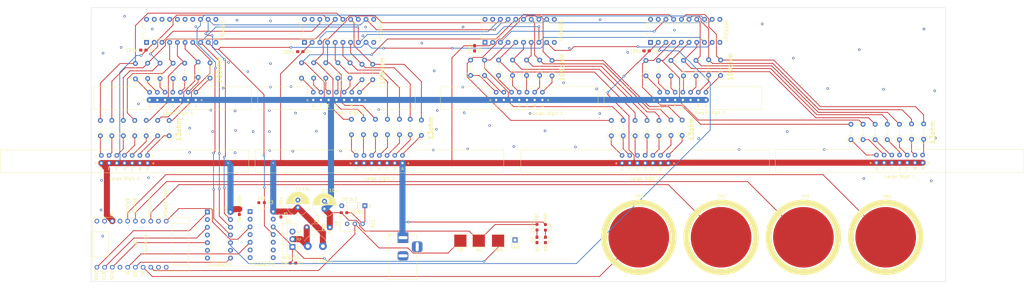
<source format=kicad_pcb>
(kicad_pcb (version 20211014) (generator pcbnew)
  (layers (0 "F.Cu" signal) (31 "B.Cu" signal) (34 "B.Paste" user) (35 "F.Paste" user) (36 "B.SilkS" user "B.Silkscreen") (37 "F.SilkS" user "F.Silkscreen") (38 "B.Mask" user) (39 "F.Mask" user) (44 "Edge.Cuts" user))
  (net 0 "")
  (net 1 "HV")
  (net 2 "GND")
  (net 3 "Net-(D1-Pad2)")
  (net 4 "Net-(D2-Pad1)")
  (net 5 "+5V")
  (net 6 "PWM")
  (net 7 "Net-(R58-Pad1)")
  (net 8 "A1")
  (net 9 "Net-(R59-Pad1)")
  (net 10 "B1")
  (net 11 "Net-(R4-Pad1)")
  (net 12 "C1")
  (net 13 "Net-(R5-Pad1)")
  (net 14 "D1")
  (net 15 "Net-(R6-Pad1)")
  (net 16 "E1")
  (net 17 "Net-(R7-Pad1)")
  (net 18 "F1")
  (net 19 "Net-(R8-Pad1)")
  (net 20 "G1")
  (net 21 "Net-(R9-Pad1)")
  (net 22 "A2")
  (net 23 "Net-(R10-Pad1)")
  (net 24 "B2")
  (net 25 "Net-(R11-Pad1)")
  (net 26 "C2")
  (net 27 "Net-(R12-Pad1)")
  (net 28 "D2")
  (net 29 "Net-(R13-Pad1)")
  (net 30 "E2")
  (net 31 "Net-(R14-Pad1)")
  (net 32 "F2")
  (net 33 "Net-(R15-Pad1)")
  (net 34 "G2")
  (net 35 "Net-(R16-Pad1)")
  (net 36 "A3")
  (net 37 "Net-(R17-Pad1)")
  (net 38 "B3")
  (net 39 "Net-(R18-Pad1)")
  (net 40 "C3")
  (net 41 "Net-(R19-Pad1)")
  (net 42 "D3")
  (net 43 "Net-(R20-Pad1)")
  (net 44 "E3")
  (net 45 "Net-(R21-Pad1)")
  (net 46 "F3")
  (net 47 "Net-(R22-Pad1)")
  (net 48 "G3")
  (net 49 "Net-(R23-Pad1)")
  (net 50 "A4")
  (net 51 "Net-(R24-Pad1)")
  (net 52 "B4")
  (net 53 "Net-(R25-Pad1)")
  (net 54 "C4")
  (net 55 "Net-(R26-Pad1)")
  (net 56 "D4")
  (net 57 "Net-(R27-Pad1)")
  (net 58 "E4")
  (net 59 "Net-(R28-Pad1)")
  (net 60 "F4")
  (net 61 "Net-(R29-Pad1)")
  (net 62 "G4")
  (net 63 "Net-(R30-Pad1)")
  (net 64 "Net-(R31-Pad1)")
  (net 65 "Net-(R32-Pad1)")
  (net 66 "Net-(R33-Pad1)")
  (net 67 "Net-(R34-Pad1)")
  (net 68 "Net-(R35-Pad1)")
  (net 69 "Net-(R36-Pad1)")
  (net 70 "Net-(R37-Pad1)")
  (net 71 "Net-(R38-Pad1)")
  (net 72 "Net-(R39-Pad1)")
  (net 73 "Net-(R40-Pad1)")
  (net 74 "Net-(R41-Pad1)")
  (net 75 "Net-(R42-Pad1)")
  (net 76 "Net-(R43-Pad1)")
  (net 77 "Net-(R44-Pad1)")
  (net 78 "Net-(R45-Pad1)")
  (net 79 "Net-(R46-Pad1)")
  (net 80 "Net-(R47-Pad1)")
  (net 81 "Net-(R48-Pad1)")
  (net 82 "Net-(R49-Pad1)")
  (net 83 "Net-(R50-Pad1)")
  (net 84 "Net-(R51-Pad1)")
  (net 85 "Net-(R52-Pad1)")
  (net 86 "Net-(R53-Pad1)")
  (net 87 "Net-(R54-Pad1)")
  (net 88 "Net-(R55-Pad1)")
  (net 89 "Net-(R56-Pad1)")
  (net 90 "Net-(R57-Pad1)")
  (net 91 "FEEDBACK")
  (net 92 "RCLK")
  (net 93 "SER_IN")
  (net 94 "SRCK")
  (net 95 "SRCLR")
  (net 96 "/SER_OUT1")
  (net 97 "G")
  (net 98 "/SER_OUT3")
  (net 104 "/SER_OUT2")
  (net 105 "SRCLR_33")
  (net 106 "G_33")
  (net 107 "RCLK_33")
  (net 108 "SRCK_33")
  (net 109 "SER_IN_33")
  (net 111 "TOUCH7")
  (net 115 "TOUCH6")
  (net 117 "TOUCH0")
  (net 118 "TOUCH9")
  (net 121 "PWM_33")
  (net 124 "Net-(D3-Pad2)")
  (net 125 "Net-(D4-Pad2)")
  (footprint "Resistor_THT:R_Axial_DIN0207_L6.3mm_D2.5mm_P5.08mm_Vertical" (layer "F.Cu") (at 73.75525 116.332 90)
    (fp_text reference "R59" hide)
    (fp_text value "13" hide)
  )
  (footprint "Resistor_THT:R_Axial_DIN0207_L6.3mm_D2.5mm_P5.08mm_Vertical" (layer "F.Cu") (at 75.057 97.409 90)
    (fp_text reference "R28" hide)
    (fp_text value "100" hide)
  )
  (footprint "Resistor_THT:R_Axial_DIN0207_L6.3mm_D2.5mm_P5.08mm_Vertical" (layer "F.Cu") (at 173.185666 96.393 90)
    (fp_text reference "R11" hide)
    (fp_text value "100" hide)
  )
  (footprint "LED_Filaments:Segen_Segment_69mm" (layer "F.Cu") (at 314.663668 127.762)
    (fp_text reference "U11" hide)
    (fp_text value "Large Digit 1")
  )
  (footprint "Resistor_THT:R_Axial_DIN0207_L6.3mm_D2.5mm_P5.08mm_Vertical" (layer "F.Cu") (at 298.637476 117.602 90)
    (fp_text reference "R32" hide)
    (fp_text value "13" hide)
  )
  (footprint "Resistor_THT:R_Axial_DIN0207_L6.3mm_D2.5mm_P5.08mm_Vertical" (layer "F.Cu") (at 182.414332 96.393 90)
    (fp_text reference "R13" hide)
    (fp_text value "100" hide)
  )
  (footprint "Resistor_THT:R_Axial_DIN0207_L6.3mm_D2.5mm_P5.08mm_Vertical" (layer "F.Cu") (at 117.4115 97.282 90)
    (fp_text reference "R18" hide)
    (fp_text value "100" hide)
  )
  (footprint "Resistor_THT:R_Axial_DIN0207_L6.3mm_D2.5mm_P5.08mm_Vertical" (layer "F.Cu") (at 306.632428 117.602 90)
    (fp_text reference "R34" hide)
    (fp_text value "13" hide)
  )
  (footprint "Resistor_THT:R_Axial_DIN0207_L6.3mm_D2.5mm_P5.08mm_Vertical" (layer "F.Cu") (at 242.951 116.205 90)
    (fp_text reference "R45" hide)
    (fp_text value "13" hide)
  )
  (footprint "Capacitor_SMD:C_0603_1608Metric_Pad1.08x0.95mm_HandSolder" (layer "F.Cu") (at 117.0185 88.519 180)
    (fp_text reference "C4")
    (fp_text value "100u")
  )
  (footprint "Diode_THT:D_DO-35_SOD27_P7.62mm_Horizontal" (layer "F.Cu") (at 138.303 139.446 180)
    (fp_text reference "D2")
    (fp_text value "3v3")
  )
  (footprint "Resistor_THT:R_Axial_DIN0207_L6.3mm_D2.5mm_P5.08mm_Vertical" (layer "F.Cu") (at 133.879166 115.951 90)
    (fp_text reference "R46" hide)
    (fp_text value "13" hide)
  )
  (footprint "Resistor_THT:R_Axial_DIN0207_L6.3mm_D2.5mm_P5.08mm_Vertical" (layer "F.Cu") (at 141.795498 115.951 90)
    (fp_text reference "R48" hide)
    (fp_text value "13" hide)
  )
  (footprint "Resistor_THT:R_Axial_DIN0207_L6.3mm_D2.5mm_P5.08mm_Vertical" (layer "F.Cu") (at 137.3505 97.79 90)
    (fp_text reference "R23" hide)
    (fp_text value "100" hide)
  )
  (footprint "TouchPads:TouchPad1" (layer "F.Cu") (at 282.956 149.86)
    (fp_text reference "TP3")
    (fp_text value "TouchPad")
  )
  (footprint "TouchPads:TouchPad1" (layer "F.Cu") (at 255.808844 149.86)
    (fp_text reference "TP2")
    (fp_text value "TouchPad")
  )
  (footprint "Resistor_THT:R_Axial_DIN0207_L6.3mm_D2.5mm_P5.08mm_Vertical" (layer "F.Cu") (at 70.739 97.409 90)
    (fp_text reference "R27" hide)
    (fp_text value "100" hide)
  )
  (footprint "Resistor_THT:R_Axial_DIN0207_L6.3mm_D2.5mm_P5.08mm_Vertical" (layer "F.Cu") (at 239.268 96.52 90)
    (fp_text reference "R6" hide)
    (fp_text value "100" hide)
  )
  (footprint "Resistor_THT:R_Axial_DIN0207_L6.3mm_D2.5mm_P5.08mm_Vertical" (layer "F.Cu") (at 255.651 96.393 90)
    (fp_text reference "R10" hide)
    (fp_text value "100" hide)
  )
  (footprint "Package_DIP:DIP-20_W7.62mm" (layer "F.Cu") (at 232.542 85.461 90)
    (fp_text reference "U3" hide)
    (fp_text value "TPIC6595")
  )
  (footprint "Resistor_THT:R_Axial_DIN0207_L6.3mm_D2.5mm_P5.08mm_Vertical" (layer "F.Cu") (at 78.867 97.409 90)
    (fp_text reference "R29" hide)
    (fp_text value "100" hide)
  )
  (footprint "Resistor_THT:R_Axial_DIN0207_L6.3mm_D2.5mm_P5.08mm_Vertical" (layer "F.Cu") (at 322.622332 117.475 90)
    (fp_text reference "R38" hide)
    (fp_text value "13" hide)
  )
  (footprint "Resistor_THT:R_Axial_DIN0207_L6.3mm_D2.5mm_P5.08mm_Vertical" (layer "F.Cu") (at 251.714 96.266 90)
    (fp_text reference "R9" hide)
    (fp_text value "100" hide)
  )
  (footprint "Resistor_THT:R_Axial_DIN0207_L6.3mm_D2.5mm_P5.08mm_Vertical" (layer "F.Cu") (at 62.404623 116.332 90)
    (fp_text reference "R56" hide)
    (fp_text value "13" hide)
  )
  (footprint "Capacitor_SMD:C_0603_1608Metric_Pad1.08x0.95mm_HandSolder" (layer "F.Cu") (at 110.617 142.2665 -90)
    (fp_text reference "C3")
    (fp_text value "100n")
  )
  (footprint "Resistor_THT:R_Axial_DIN0207_L6.3mm_D2.5mm_P5.08mm_Vertical" (layer "F.Cu") (at 235.1405 96.52 90)
    (fp_text reference "R5" hide)
    (fp_text value "100" hide)
  )
  (footprint "LED_Filaments:Segen_Segment_69mm" (layer "F.Cu") (at 143.086668 127.889)
    (fp_text reference "U13" hide)
    (fp_text value "Large Digit 3")
  )
  (footprint "Resistor_THT:R_Axial_DIN0207_L6.3mm_D2.5mm_P5.08mm_Vertical" (layer "F.Cu") (at 156.950834 116.205 90)
    (fp_text reference "R52" hide)
    (fp_text value "13" hide)
  )
  (footprint "LED_SMD:LED_0603_1608Metric_Pad1.05x0.95mm_HandSolder" (layer "F.Cu") (at 197.866 150.735 90)
    (fp_text reference "D3")
    (fp_text value "5V")
  )
  (footprint "Resistor_SMD:R_0603_1608Metric_Pad0.98x0.95mm_HandSolder" (layer "F.Cu") (at 131.4215 141.732)
    (fp_text reference "R2")
    (fp_text value "22K")
  )
  (footprint "Resistor_THT:R_Axial_DIN0207_L6.3mm_D2.5mm_P5.08mm_Vertical" (layer "F.Cu") (at 219.583 116.332 90)
    (fp_text reference "R39" hide)
    (fp_text value "13" hide)
  )
  (footprint "Resistor_THT:R_Axial_DIN0207_L6.3mm_D2.5mm_P5.08mm_Vertical" (layer "F.Cu") (at 51.054 116.332 90)
    (fp_text reference "R53" hide)
    (fp_text value "13" hide)
  )
  (footprint "LED_Filaments:Segen_Segment_69mm" (layer "F.Cu") (at 230.758273 127.889)
    (fp_text reference "U12" hide)
    (fp_text value "Large Digit 2")
  )
  (footprint "Resistor_THT:R_Axial_DIN0207_L6.3mm_D2.5mm_P5.08mm_Vertical" (layer "F.Cu") (at 310.629904 117.602 90)
    (fp_text reference "R35" hide)
    (fp_text value "13" hide)
  )
  (footprint "Capacitor_THT:CP_Radial_D7.5mm_P2.50mm" (layer "F.Cu") (at 116.205 140.041 90)
    (fp_text reference "C1")
    (fp_text value "10u")
  )
  (footprint "Resistor_THT:R_Axial_DIN0207_L6.3mm_D2.5mm_P5.08mm_Vertical" (layer "F.Cu") (at 62.614176 97.536 90)
    (fp_text reference "R25" hide)
    (fp_text value "100" hide)
  )
  (footprint "LED_Filaments:Segen_Segment_69mm" (layer "F.Cu") (at 59.012668 127.889)
    (fp_text reference "U14" hide)
    (fp_text value "Large Digit 4")
  )
  (footprint "Connector_PinHeader_2.54mm:PinHeader_1x01_P2.54mm_Vertical" (layer "F.Cu") (at 187.833 150.749)
    (fp_text reference "TP8" hide)
    (fp_text value "GND")
  )
  (footprint "Resistor_THT:R_Axial_DIN0207_L6.3mm_D2.5mm_P5.08mm_Vertical" (layer "F.Cu") (at 87.249 97.282 90)
    (fp_text reference "R31" hide)
    (fp_text value "100" hide)
  )
  (footprint "Capacitor_SMD:C_0603_1608Metric_Pad1.08x0.95mm_HandSolder" (layer "F.Cu") (at 231.2405 88.265 180)
    (fp_text reference "C8")
    (fp_text value "100u")
  )
  (footprint "Resistor_THT:R_Axial_DIN0207_L6.3mm_D2.5mm_P5.08mm_Vertical" (layer "F.Cu") (at 149.711834 115.951 90)
    (fp_text reference "R50" hide)
    (fp_text value "13" hide)
  )
  (footprint "Resistor_THT:R_Axial_DIN0207_L6.3mm_D2.5mm_P5.08mm_Vertical" (layer "F.Cu") (at 66.675 97.409 90)
    (fp_text reference "R26" hide)
    (fp_text value "100" hide)
  )
  (footprint "Package_DIP:DIP-20_W7.62mm" (layer "F.Cu") (at 66.299 85.461 90)
    (fp_text reference "U4" hide)
    (fp_text value "TPIC6595")
  )
  (footprint "LED_Filaments:Segen_Segment_41mm" (layer "F.Cu") (at 243.205 107.021)
    (fp_text reference "U7" hide)
    (fp_text value "Small Digit 1")
  )
  (footprint "Resistor_THT:R_Axial_DIN0207_L6.3mm_D2.5mm_P5.08mm_Vertical" (layer "F.Cu") (at 314.62738 117.602 90)
    (fp_text reference "R36" hide)
    (fp_text value "13" hide)
  )
  (footprint "Resistor_THT:R_Axial_DIN0207_L6.3mm_D2.5mm_P5.08mm_Vertical" (layer "F.Cu") (at 227.457 116.332 90)
    (fp_text reference "R41" hide)
    (fp_text value "13" hide)
  )
  (footprint "Resistor_THT:R_Axial_DIN0207_L6.3mm_D2.5mm_P5.08mm_Vertical" (layer "F.Cu") (at 177.799999 96.393 90)
    (fp_text reference "R12" hide)
    (fp_text value "100" hide)
  )
  (footprint "Resistor_THT:R_Axial_DIN0207_L6.3mm_D2.5mm_P5.08mm_Vertical" (layer "F.Cu") (at 137.837332 115.951 90)
    (fp_text reference "R47" hide)
    (fp_text value "13" hide)
  )
  (footprint "Resistor_THT:R_Axial_DIN0207_L6.3mm_D2.5mm_P5.08mm_Vertical" (layer "F.Cu") (at 125.4125 97.282 90)
    (fp_text reference "R20" hide)
    (fp_text value "100" hide)
  )
  (footprint "Package_DIP:DIP-20_W7.62mm" (layer "F.Cu") (at 177.932 85.461 90)
    (fp_text reference "U5" hide)
    (fp_text value "TPIC6595")
  )
  (footprint "Resistor_THT:R_Axial_DIN0207_L6.3mm_D2.5mm_P5.08mm_Vertical" (layer "F.Cu") (at 195.961 96.393 90)
    (fp_text reference "R16" hide)
    (fp_text value "100" hide)
  )
  (footprint "Resistor_THT:R_Axial_DIN0207_L6.3mm_D2.5mm_P5.08mm_Vertical" (layer "F.Cu") (at 140.9065 97.79 90)
    (fp_text reference "R24" hide)
    (fp_text value "100" hide)
  )
  (footprint "Diode_THT:D_DO-35_SOD27_P7.62mm_Horizontal" (layer "F.Cu") (at 126.746 146.558 180)
    (fp_text reference "D1")
    (fp_text value "MBR1100RLG")
  )
  (footprint "Inductor_THT:L_Radial_D7.5mm_P5.00mm_Fastron_07P" (layer "F.Cu") (at 124.46 152.781 180)
    (fp_text reference "L1")
    (fp_text value "100uH")
  )
  (footprint "Capacitor_THT:CP_Radial_D7.5mm_P2.50mm" (layer "F.Cu") (at 124.968 140.462 90)
    (fp_text reference "C2")
    (fp_text value "10u")
  )
  (footprint "Resistor_THT:R_Axial_DIN0207_L6.3mm_D2.5mm_P5.08mm_Vertical" (layer "F.Cu") (at 247.523 96.52 90)
    (fp_text reference "R8" hide)
    (fp_text value "100" hide)
  )
  (footprint "Package_DIP:DIP-20_W7.62mm" (layer "F.Cu") (at 118.369 85.461 90)
    (fp_text reference "U6" hide)
    (fp_text value "TPIC6595")
  )
  (footprint "Resistor_THT:R_Axial_DIN0207_L6.3mm_D2.5mm_P5.08mm_Vertical" (layer "F.Cu") (at 83.312 97.028 90)
    (fp_text reference "R30" hide)
    (fp_text value "100" hide)
  )
  (footprint "Resistor_SMD:R_0603_1608Metric_Pad0.98x0.95mm_HandSolder" (layer "F.Cu") (at 195.072 146.5345 -90)
    (fp_text reference "R61")
    (fp_text value "100K")
  )
  (footprint "Resistor_THT:R_Axial_DIN0207_L6.3mm_D2.5mm_P5.08mm_Vertical" (layer "F.Cu") (at 145.753664 115.951 90)
    (fp_text reference "R49" hide)
    (fp_text value "13" hide)
  )
  (footprint "Potentiometer_THT:Potentiometer_Bourns_3296W_Vertical" (layer "F.Cu") (at 137.541 145.415)
    (fp_text reference "RV1")
    (fp_text value "1K")
  )
  (footprint "Resistor_THT:R_Axial_DIN0207_L6.3mm_D2.5mm_P5.08mm_Vertical" (layer "F.Cu") (at 200.025 96.52 90)
    (fp_text reference "R17" hide)
    (fp_text value "100" hide)
  )
  (footprint "Resistor_THT:R_Axial_DIN0207_L6.3mm_D2.5mm_P5.08mm_Vertical" (layer "F.Cu") (at 58.621082 116.332 90)
    (fp_text reference "R55" hide)
    (fp_text value "13" hide)
  )
  (footprint "Resistor_THT:R_Axial_DIN0207_L6.3mm_D2.5mm_P5.08mm_Vertical" (layer "F.Cu") (at 121.412 97.282 90)
    (fp_text reference "R19" hide)
    (fp_text value "100" hide)
  )
  (footprint "TouchPads:TouchPad1" (layer "F.Cu") (at 228.661688 149.86)
    (fp_text reference "TP6")
    (fp_text value "TouchPad")
  )
  (footprint "Resistor_THT:R_Axial_DIN0207_L6.3mm_D2.5mm_P5.08mm_Vertical" (layer "F.Cu") (at 235.331 116.332 90)
    (fp_text reference "R43" hide)
    (fp_text value "13" hide)
  )
  (footprint "Package_DIP:DIP-14_W7.62mm" (layer "F.Cu") (at 100.457 141.351)
    (fp_text reference "U2" hide)
    (fp_text value "TC4469CPD")
  )
  (footprint "Resistor_THT:R_Axial_DIN0207_L6.3mm_D2.5mm_P5.08mm_Vertical" (layer "F.Cu") (at 223.52 116.332 90)
    (fp_text reference "R40" hide)
    (fp_text value "13" hide)
  )
  (footprint "Resistor_THT:R_Axial_DIN0207_L6.3mm_D2.5mm_P5.08mm_Vertical" (layer "F.Cu") (at 318.624856 117.475 90)
    (fp_text reference "R37" hide)
    (fp_text value "13" hide)
  )
  (footprint "Resistor_THT:R_Axial_DIN0207_L6.3mm_D2.5mm_P5.08mm_Vertical" (layer "F.Cu") (at 231.394 116.332 90)
    (fp_text reference "R42" hide)
    (fp_text value "13" hide)
  )
  (footprint "Resistor_THT:R_Axial_DIN0207_L6.3mm_D2.5mm_P5.08mm_Vertical" (layer "F.Cu") (at 153.267834 115.951 90)
    (fp_text reference "R51" hide)
    (fp_text value "13" hide)
  )
  (footprint "Resistor_THT:R_Axial_DIN0207_L6.3mm_D2.5mm_P5.08mm_Vertical" (layer "F.Cu") (at 302.634952 117.602 90)
    (fp_text reference "R33" hide)
    (fp_text value "13" hide)
  )
  (footprint "Resistor_THT:R_Axial_DIN0207_L6.3mm_D2.5mm_P5.08mm_Vertical" (layer "F.Cu") (at 54.837541 116.332 90)
    (fp_text reference "R54" hide)
    (fp_text value "13" hide)
  )
  (footprint "Package_TO_SOT_THT:TO-220-3_Vertical" (layer "F.Cu") (at 114.427 153.035 90)
    (fp_text reference "Q1")
    (fp_text value "IRF640N")
  )
  (footprint "TouchPads:TouchPad1" (layer "F.Cu") (at 310.103156 149.86)
    (fp_text reference "TP5")
    (fp_text value "TouchPad")
  )
  (footprint "Resistor_THT:R_Axial_DIN0207_L6.3mm_D2.5mm_P5.08mm_Vertical" (layer "F.Cu") (at 239.268 116.205 90)
    (fp_text reference "R44" hide)
    (fp_text value "13" hide)
  )
  (footprint "TestPoint:TestPoint_Pad_4.0x4.0mm" (layer "F.Cu") (at 175.895 151.003)
    (fp_text reference "TP1" hide)
    (fp_text value "HV")
  )
  (footprint "Resistor_THT:R_Axial_DIN0207_L6.3mm_D2.5mm_P5.08mm_Vertical" (layer "F.Cu") (at 191.643 96.393 90)
    (fp_text reference "R15" hide)
    (fp_text value "100" hide)
  )
  (footprint "Resistor_THT:R_Axial_DIN0207_L6.3mm_D2.5mm_P5.08mm_Vertical" (layer "F.Cu") (at 69.971705 116.332 90)
    (fp_text reference "R58" hide)
    (fp_text value "13" hide)
  )
  (footprint "Resistor_THT:R_Axial_DIN0207_L6.3mm_D2.5mm_P5.08mm_Vertical" (layer "F.Cu") (at 231.013 96.52 90)
    (fp_text reference "R4" hide)
    (fp_text value "100" hide)
  )
  (footprint "Resistor_THT:R_Axial_DIN0207_L6.3mm_D2.5mm_P5.08mm_Vertical" (layer "F.Cu") (at 243.3955 96.52 90)
    (fp_text reference "R7" hide)
    (fp_text value "100" hide)
  )
  (footprint "Capacitor_SMD:C_0603_1608Metric_Pad1.08x0.95mm_HandSolder" (layer "F.Cu") (at 96.901 141.4515 -90)
    (fp_text reference "C6")
    (fp_text value "100n")
  )
  (footprint "Resistor_THT:R_Axial_DIN0207_L6.3mm_D2.5mm_P5.08mm_Vertical" (layer "F.Cu") (at 66.188164 116.332 90)
    (fp_text reference "R57" hide)
    (fp_text value "13" hide)
  )
  (footprint "TestPoint:TestPoint_Pad_4.0x4.0mm" (layer "F.Cu") (at 182.245 151.003)
    (fp_text reference "TP7" hide)
    (fp_text value "PWM")
  )
  (footprint "LED_Filaments:Segen_Segment_41mm" (layer "F.Cu") (at 74.93 107.021)
    (fp_text reference "U10" hide)
    (fp_text value "Small Digit 4")
  )
  (footprint "Capacitor_SMD:C_0603_1608Metric_Pad1.08x0.95mm_HandSolder" (layer "F.Cu") (at 65.2515 88.011 180)
    (fp_text reference "C7")
    (fp_text value "100u")
  )
  (footprint "LED_SMD:LED_0603_1608Metric_Pad1.05x0.95mm_HandSolder" (layer "F.Cu") (at 195.072 150.735 90)
    (fp_text reference "D4")
    (fp_text value "HV")
  )
  (footprint "Resistor_SMD:R_0603_1608Metric_Pad0.98x0.95mm_HandSolder" (layer "F.Cu") (at 104.2435 138.43 180)
    (fp_text reference "R3")
    (fp_text value "10K")
  )
  (footprint "Resistor_SMD:R_0603_1608Metric_Pad0.98x0.95mm_HandSolder" (layer "F.Cu") (at 197.866 146.5815 -90)
    (fp_text reference "R60")
    (fp_text value "10K")
  )
  (footprint "Capacitor_SMD:C_0603_1608Metric_Pad1.08x0.95mm_HandSolder" (layer "F.Cu") (at 174.498 87.4025 -90)
    (fp_text reference "C5")
    (fp_text value "100u")
  )
  (footprint "LED_Filaments:Segen_Segment_41mm" (layer "F.Cu") (at 128.905 107.021)
    (fp_text reference "U9" hide)
    (fp_text value "Small Digit 3")
  )
  (footprint "LED_Filaments:Segen_Segment_41mm" (layer "F.Cu") (at 189.23 107.021)
    (fp_text reference "U8" hide)
    (fp_text value "Small Digit 2")
  )
  (footprint "TinyPICO:TINYPICO" (layer "F.Cu") (at 49.657 144.272 -90)
    (fp_text reference "XA1")
    (fp_text value "TINYPICO")
  )
  (footprint "TestPoint:TestPoint_Pad_4.0x4.0mm" (layer "F.Cu") (at 169.799 151.003)
    (fp_text reference "TP4" hide)
    (fp_text value "FB")
  )
  (footprint "Resistor_THT:R_Axial_DIN0207_L6.3mm_D2.5mm_P5.08mm_Vertical" (layer "F.Cu") (at 187.028665 96.393 90)
    (fp_text reference "R14" hide)
    (fp_text value "100" hide)
  )
  (footprint "Resistor_THT:R_Axial_DIN0207_L6.3mm_D2.5mm_P5.08mm_Vertical" (layer "F.Cu") (at 129.413 97.282 90)
    (fp_text reference "R21" hide)
    (fp_text value "100" hide)
  )
  (footprint "Connector_BarrelJack:BarrelJack_Horizontal" (layer "F.Cu") (at 150.876 149.987 90)
    (fp_text reference "J1" hide)
    (fp_text value "Barrel_Jack_Switch_Pin3Ring" hide)
  )
  (footprint "Resistor_SMD:R_0603_1608Metric_Pad0.98x0.95mm_HandSolder" (layer "F.Cu") (at 114.5775 158.369)
    (fp_text reference "R1")
    (fp_text value "1M")
  )
  (footprint "Resistor_THT:R_Axial_DIN0207_L6.3mm_D2.5mm_P5.08mm_Vertical" (layer "F.Cu") (at 133.4135 97.282 90)
    (fp_text reference "R22" hide)
    (fp_text value "100" hide)
  )
  (footprint "Package_DIP:DIP-14_W7.62mm" (layer "F.Cu") (at 86.36 141.478)
    (fp_text reference "U1" hide)
    (fp_text value "TC4469CPD")
  )
  (gr_rect (start 48.006 74.041) (end 329.946 164.465) (layer "Edge.Cuts") (width 0.1) (fill none))
  (gr_text "5v" (at 54.864 142.113 90) (layer "F.SilkS") (effects (font (size 1 1))))
  (gr_text "T9" (at 65.151 162.052 90) (layer "F.SilkS") (effects (font (size 1 1))))
  (gr_text "100ohm" (at 203.327 93.726 90) (layer "F.SilkS") (effects (font (size 1.5 1.5) (thickness 0.3))))
  (gr_text "100ohm" (at 258.826 93.599 90) (layer "F.SilkS") (effects (font (size 1.5 1.5) (thickness 0.3))))
  (gr_text "G" (at 60.071 161.671 90) (layer "F.SilkS") (effects (font (size 1 1))))
  (gr_text "SCK" (at 54.991 162.56 90) (layer "F.SilkS") (effects (font (size 1 1))))
  (gr_text "TOUCH7" (at 67.564 142.748 90) (layer "F.SilkS") (effects (font (size 1 1)) (justify left)))
  (gr_text "S" (at 116.586 148.082 270) (layer "F.SilkS") (effects (font (size 1 1))))
  (gr_text "POWER_PWM" (at 72.644 138.43 90) (layer "F.SilkS") (effects (font (size 1 1))))
  (gr_text "13ohm" (at 160.02 113.792 90) (layer "F.SilkS") (effects (font (size 1.5 1.5) (thickness 0.3))))
  (gr_text "G" (at 116.586 153.162 270) (layer "F.SilkS") (effects (font (size 1 1))))
  (gr_text "100ohm" (at 144.018 94.869 90) (layer "F.SilkS") (effects (font (size 1.5 1.5) (thickness 0.3))))
  (gr_text "100ohm" (at 90.297 94.488 90) (layer "F.SilkS") (effects (font (size 1.5 1.5) (thickness 0.3))))
  (gr_text "TOUCH6" (at 62.484 139.7 90) (layer "F.SilkS") (effects (font (size 1 1))))
  (gr_text "13ohm" (at 325.501 115.189 90) (layer "F.SilkS") (effects (font (size 1.5 1.5) (thickness 0.3))))
  (gr_text "CLR" (at 52.324 162.56 90) (layer "F.SilkS") (effects (font (size 1 1))))
  (gr_text "D" (at 116.586 150.495 270) (layer "F.SilkS") (effects (font (size 1 1))))
  (gr_text "SD" (at 62.611 162.179 90) (layer "F.SilkS") (effects (font (size 1 1))))
  (gr_text "13ohm" (at 76.835 114.3 90) (layer "F.SilkS") (effects (font (size 1.5 1.5) (thickness 0.3))))
  (gr_text "RCK" (at 49.784 162.687 90) (layer "F.SilkS") (effects (font (size 1 1))))
  (gr_text "13ohm" (at 245.999 114.046 90) (layer "F.SilkS") (effects (font (size 1.5 1.5) (thickness 0.3))))
  (gr_text "TOUCH9" (at 60.071 139.827 90) (layer "F.SilkS") (effects (font (size 1 1))))
  (segment (start 135.382 144.272) (end 136.496489 145.386489) (width 0.25) (layer "F.Cu") (net 1))
  (segment (start 175.895 151.003) (end 181.276 145.622) (width 0.25) (layer "F.Cu") (net 1))
  (segment (start 126.746 146.558) (end 126.746 142.24) (width 2) (layer "F.Cu") (net 1))
  (segment (start 136.496489 146.021489) (end 138.303 147.828) (width 0.25) (layer "F.Cu") (net 1))
  (segment (start 127.254 141.732) (end 126.746 142.24) (width 0.25) (layer "F.Cu") (net 1))
  (segment (start 133.049 144.272) (end 135.382 144.272) (width 0.25) (layer "F.Cu") (net 1))
  (segment (start 126.746 142.24) (end 124.968 140.462) (width 2) (layer "F.Cu") (net 1))
  (segment (start 181.276 145.622) (end 195.072 145.622) (width 0.25) (layer "F.Cu") (net 1))
  (segment (start 136.496489 145.386489) (end 136.496489 146.021489) (width 0.25) (layer "F.Cu") (net 1))
  (segment (start 130.509 141.732) (end 133.049 144.272) (width 0.25) (layer "F.Cu") (net 1))
  (segment (start 172.72 147.828) (end 175.895 151.003) (width 0.25) (layer "F.Cu") (net 1))
  (segment (start 130.509 141.732) (end 127.254 141.732) (width 0.25) (layer "F.Cu") (net 1))
  (segment (start 138.303 147.828) (end 172.72 147.828) (width 0.25) (layer "F.Cu") (net 1))
  (segment (start 67.31 104.481) (end 250.825 104.481) (width 2) (layer "B.Cu") (net 1))
  (segment (start 125.295737 140.462) (end 127.126999 138.630738) (width 2) (layer "B.Cu") (net 1))
  (segment (start 124.968 140.462) (end 125.295737 140.462) (width 2) (layer "B.Cu") (net 1))
  (segment (start 127.126999 138.630738) (end 127.126999 105.242999) (width 2) (layer "B.Cu") (net 1))
  (segment (start 127.126999 105.242999) (end 126.365 104.481) (width 2) (layer "B.Cu") (net 1))
  (via (at 277.622 114.935) (size 0.8) (drill 0.4) (layers "F.Cu" "B.Cu") (net 2))
  (via (at 160.909 121.031) (size 0.8) (drill 0.4) (layers "F.Cu" "B.Cu") (net 2))
  (via (at 326.517 117.094) (size 0.8) (drill 0.4) (layers "F.Cu" "B.Cu") (net 2))
  (via (at 115.443 108.839) (size 0.8) (drill 0.4) (layers "F.Cu" "B.Cu") (net 2))
  (via (at 170.561 100.203) (size 0.8) (drill 0.4) (layers "F.Cu" "B.Cu") (net 2))
  (via (at 157.099 85.725) (size 0.8) (drill 0.4) (layers "F.Cu" "B.Cu") (net 2))
  (via (at 289.814 120.904) (size 0.8) (drill 0.4) (layers "F.Cu" "B.Cu") (net 2))
  (via (at 91.567 100.584) (size 0.8) (drill 0.4) (layers "F.Cu" "B.Cu") (net 2))
  (via (at 93.345 92.075) (size 0.8) (drill 0.4) (layers "F.Cu" "B.Cu") (net 2))
  (via (at 214.757 100.838) (size 0.8) (drill 0.4) (layers "F.Cu" "B.Cu") (net 2))
  (via (at 240.411 81.407) (size 0.8) (drill 0.4) (layers "F.Cu" "B.Cu") (net 2))
  (via (at 106.807 114.935) (size 0.8) (drill 0.4) (layers "F.Cu" "B.Cu") (net 2))
  (via (at 322.707 81.026) (size 0.8) (drill 0.4) (layers "F.Cu" "B.Cu") (net 2))
  (via (at 325.12 131.191) (size 0.8) (drill 0.4) (layers "F.Cu" "B.Cu") (net 2))
  (via (at 225.044 88.773) (size 0.8) (drill 0.4) (layers "F.Cu" "B.Cu") (net 2))
  (via (at 215.9 77.978) (size 0.8) (drill 0.4) (layers "F.Cu" "B.Cu") (net 2))
  (via (at 207.772 120.015) (size 0.8) (drill 0.4) (layers "F.Cu" "B.Cu") (net 2))
  (via (at 248.412 117.221) (size 0.8) (drill 0.4) (layers "F.Cu" "B.Cu") (net 2))
  (via (at 82.55 80.264) (size 0.8) (drill 0.4) (layers "F.Cu" "B.Cu") (net 2))
  (via (at 87.503 107.823) (size 0.8) (drill 0.4) (layers "F.Cu" "B.Cu") (net 2))
  (via (at 192.786 108.966) (size 0.8) (drill 0.4) (layers "F.Cu" "B.Cu") (net 2))
  (via (at 122.301 114.808) (size 0.8) (drill 0.4) (layers "F.Cu" "B.Cu") (net 2))
  (via (at 170.688 80.391) (size 0.8) (drill 0.4) (layers "F.Cu" "B.Cu") (net 2))
  (via (at 95.631 114.554) (size 0.8) (drill 0.4) (layers "F.Cu" "B.Cu") (net 2))
  (via (at 302.895 130.429) (size 0.8) (drill 0.4) (layers "F.Cu" "B.Cu") (net 2))
  (via (at 95.504 121.92) (size 0.8) (drill 0.4) (layers "F.Cu" "B.Cu") (net 2))
  (via (at 114.554 121.412) (size 0.8) (drill 0.4) (layers "F.Cu" "B.Cu") (net 2))
  (via (at 290.957 100.711) (size 0.8) (drill 0.4) (layers "F.Cu" "B.Cu") (net 2))
  (via (at 172.212 120.65) (size 0.8) (drill 0.4) (layers "F.Cu" "B.Cu") (net 2))
  (via (at 162.179 107.95) (size 0.8) (drill 0.4) (layers "F.Cu" "B.Cu") (net 2))
  (via (at 161.925 114.173) (size 0.8) (drill 0.4) (layers "F.Cu" "B.Cu") (net 2))
  (via (at 142.875 107.696) (size 0.8) (drill 0.4) (layers "F.Cu" "B.Cu") (net 2))
  (via (at 309.372 100.965) (size 0.8) (drill 0.4) (layers "F.Cu" "B.Cu") (net 2))
  (via (at 96.139 78.105) (size 0.8) (drill 0.4) (layers "F.Cu" "B.Cu") (net 2))
  (via (at 51.308 140.843) (size 0.8) (drill 0.4) (layers "F.Cu" "B.Cu") (net 2))
  (via (at 261.747 120.904) (size 0.8) (drill 0.4) (layers "F.Cu" "B.Cu") (net 2))
  (via (at 95.504 108.077) (size 0.8) (drill 0.4) (layers "F.Cu" "B.Cu") (net 2))
  (via (at 137.668 83.312) (size 0.8) (drill 0.4) (layers "F.Cu" "B.Cu") (net 2))
  (via (at 125.095 108.966) (size 0.8) (drill 0.4) (layers "F.Cu" "B.Cu") (net 2))
  (via (at 57.912 87.122) (size 0.8) (drill 0.4) (layers "F.Cu" "B.Cu") (net 2))
  (via (at 101.473 114.935) (size 0.8) (drill 0.4) (layers "F.Cu" "B.Cu") (net 2))
  (via (at 279.654 90.678) (size 0.8) (drill 0.4) (layers "F.Cu" "B.Cu") (net 2))
  (via (at 161.163 94.869) (size 0.8) (drill 0.4) (layers "F.Cu" "B.Cu") (net 2))
  (via (at 171.069 108.712) (size 0.8) (drill 0.4) (layers "F.Cu" "B.Cu") (net 2))
  (via (at 326.263 101.473) (size 0.8) (drill 0.4) (layers "F.Cu" "B.Cu") (net 2))
  (via (at 130.302 121.285) (size 0.8) (drill 0.4) (layers "F.Cu" "B.Cu") (net 2))
  (via (at 107.188 92.456) (size 0.8) (drill 0.4) (layers "F.Cu" "B.Cu") (net 2))
  (via (at 187.452 119.888) (size 0.8) (drill 0.4) (layers "F.Cu" "B.Cu") (net 2))
  (via (at 107.188 78.359) (size 0.8) (drill 0.4) (layers "F.Cu" "B.Cu") (net 2))
  (via (at 138.557 80.391) (size 0.8) (drill 0.4) (layers "F.Cu" "B.Cu") (net 2))
  (via (at 51.943 89.027) (size 0.8) (drill 0.4) (layers "F.Cu" "B.Cu") (net 2))
  (via (at 80.518 121.793) (size 0.8) (drill 0.4) (layers "F.Cu" "B.Cu") (net 2))
  (via (at 59.055 76.835) (size 0.8) (drill 0.4) (layers "F.Cu" "B.Cu") (net 2))
  (via (at 106.807 107.95) (size 0.8) (drill 0.4) (layers "F.Cu" "B.Cu") (net 2))
  (via (at 68.199 81.026) (size 0.8) (drill 0.4) (layers "F.Cu" "B.Cu") (net 2))
  (via (at 51.435 131.064) (size 0.8) (drill 0.4) (layers "F.Cu" "B.Cu") (net 2))
  (via (at 197.739 114.681) (size 0.8) (drill 0.4) (layers "F.Cu" "B.Cu") (net 2))
  (via (at 80.518 113.792) (size 0.8) (drill 0.4) (layers "F.Cu" "B.Cu") (net 2))
  (via (at 203.835 98.806) (size 0.8) (drill 0.4) (layers "F.Cu" "B.Cu") (net 2))
  (via (at 66.929 130.175) (size 0.8) (drill 0.4) (layers "F.Cu" "B.Cu") (net 2))
  (via (at 179.451 112.903) (size 0.8) (drill 0.4) (layers "F.Cu" "B.Cu") (net 2))
  (via (at 63.627 105.791) (size 0.8) (drill 0.4) (layers "F.Cu" "B.Cu") (net 2))
  (via (at 51.816 149.479) (size 0.8) (drill 0.4) (layers "F.Cu" "B.Cu") (net 2))
  (via (at 88.138 114.935) (size 0.8) (drill 0.4) (layers "F.Cu" "B.Cu") (net 2))
  (via (at 113.919 100.076) (size 0.8) (drill 0.4) (layers "F.Cu" "B.Cu") (net 2))
  (via (at 205.74 87.376) (size 0.8) (drill 0.4) (layers "F.Cu" "B.Cu") (net 2))
  (via (at 269.367 79.375) (size 0.8) (drill 0.4) (layers "F.Cu" "B.Cu") (net 2))
  (via (at 107.188 100.203) (size 0.8) (drill 0.4) (layers "F.Cu" "B.Cu") (net 2))
  (via (at 99.695 95.123) (size 0.8) (drill 0.4) (layers "F.Cu" "B.Cu") (net 2))
  (via (at 106.934 121.158) (size 0.8) (drill 0.4) (layers "F.Cu" "B.Cu") (net 2))
  (via (at 301.371 87.884) (size 0.8) (drill 0.4) (layers "F.Cu" "B.Cu") (net 2))
  (via (at 215.773 108.966) (size 0.8) (drill 0.4) (layers "F.Cu" "B.Cu") (net 2))
  (segment (start 119.126 146.558) (end 119.126 152.447) (width 2) (layer "F.Cu") (net 3))
  (segment (start 119.126 152.447) (end 119.46 152.781) (width 2) (layer "F.Cu") (net 3))
  (segment (start 117.174 150.495) (end 114.427 150.495) (width 2) (layer "F.Cu") (net 3))
  (segment (start 119.46 152.781) (end 117.174 150.495) (width 2) (layer "F.Cu") (net 3))
  (segment (start 132.334 141.732) (end 133.858 141.732) (width 0.25) (layer "F.Cu") (net 4))
  (segment (start 133.858 141.732) (end 137.541 145.415) (width 0.25) (layer "F.Cu") (net 4))
  (segment (start 138.303 144.653) (end 137.541 145.415) (width 0.25) (layer "F.Cu") (net 4))
  (segment (start 138.303 139.446) (end 138.303 144.653) (width 0.25) (layer "F.Cu") (net 4))
  (segment (start 108.077 125.349) (end 110.49 125.349) (width 2) (layer "F.Cu") (net 5))
  (segment (start 54.991 144.292003) (end 54.991 144.526) (width 2) (layer "F.Cu") (net 5))
  (segment (start 235.082 85.461) (end 228.346 92.197) (width 0.25) (layer "F.Cu") (net 5))
  (segment (start 110.49 95.88) (end 110.49 125.349) (width 0.25) (layer "F.Cu") (net 5))
  (segment (start 228.346 92.197) (end 228.224 92.197) (width 0.25) (layer "F.Cu") (net 5))
  (segment (start 53.213 127.169332) (end 53.213 142.514003) (width 2) (layer "F.Cu") (net 5))
  (segment (start 225.425 121.019167) (end 227.131762 122.725929) (width 0.25) (layer "F.Cu") (net 5))
  (segment (start 124.46 148.296) (end 124.46 152.781) (width 2) (layer "F.Cu") (net 5))
  (segment (start 94.88102 140.57698) (end 96.901 140.57698) (width 2) (layer "F.Cu") (net 5))
  (segment (start 238.505273 125.222) (end 238.378273 125.349) (width 2) (layer "F.Cu") (net 5))
  (segment (start 218.44 101.981) (end 218.44 102.743) (width 0.25) (layer "F.Cu") (net 5))
  (segment (start 180.472 85.461) (end 179.347489 86.585511) (width 0.25) (layer "F.Cu") (net 5))
  (segment (start 110.49 125.349) (end 135.466668 125.349) (width 2) (layer "F.Cu") (net 5))
  (segment (start 170.970489 86.585511) (end 167.005 90.551) (width 0.25) (layer "F.Cu") (net 5))
  (segment (start 51.392668 125.349) (end 66.632668 125.349) (width 2) (layer "F.Cu") (net 5))
  (segment (start 179.347489 86.585511) (end 170.970489 86.585511) (width 0.25) (layer "F.Cu") (net 5))
  (segment (start 167.005 90.551) (end 167.005 125.349) (width 0.25) (layer "F.Cu") (net 5))
  (segment (start 53.213 142.514003) (end 54.991 144.292003) (width 2) (layer "F.Cu") (net 5))
  (segment (start 238.378273 125.349) (end 223.138273 125.349) (width 2) (layer "F.Cu") (net 5))
  (segment (start 93.218 125.349) (end 108.077 125.349) (width 2) (layer "F.Cu") (net 5))
  (segment (start 197.866 145.669) (end 197.00698 144.80998) (width 0.25) (layer "F.Cu") (net 5))
  (segment (start 225.425 109.728) (end 225.425 121.019167) (width 0.25) (layer "F.Cu") (net 5))
  (segment (start 66.632668 125.349) (end 93.218 125.349) (width 2) (layer "F.Cu") (net 5))
  (segment (start 68.839 85.461) (end 64.511 89.789) (width 0.25) (layer "F.Cu") (net 5))
  (segment (start 227.131762 124.262489) (end 228.218273 125.349) (width 0.25) (layer "F.Cu") (net 5))
  (segment (start 228.224 92.197) (end 223.774 96.647) (width 0.25) (layer "F.Cu") (net 5))
  (segment (start 120.909 85.461) (end 110.49 95.88) (width 0.25) (layer "F.Cu") (net 5))
  (segment (start 227.131762 122.725929) (end 227.131762 124.262489) (width 0.25) (layer "F.Cu") (net 5))
  (segment (start 51.392668 125.349) (end 53.213 127.169332) (width 2) (layer "F.Cu") (net 5))
  (segment (start 167.005 125.349) (end 150.706668 125.349) (width 2) (layer "F.Cu") (net 5))
  (segment (start 93.98 141.478) (end 94.88102 140.57698) (width 2) (layer "F.Cu") (net 5))
  (segment (start 218.44 102.743) (end 225.425 109.728) (width 0.25) (layer "F.Cu") (net 5))
  (segment (start 114.895 141.351) (end 116.205 140.041) (width 2) (layer "F.Cu") (net 5))
  (segment (start 322.283668 125.222) (end 238.505273 125.222) (width 2) (layer "F.Cu") (net 5))
  (segment (start 135.466668 125.349) (end 150.706668 125.349) (width 2) (layer "F.Cu") (net 5))
  (segment (start 116.205 140.041) (end 124.46 148.296) (width 2) (layer "F.Cu") (net 5))
  (segment (start 197.00698 144.80998) (end 152.62402 144.80998) (width 0.25) (layer "F.Cu") (net 5))
  (segment (start 108.077 141.351) (end 114.895 141.351) (width 2) (layer "F.Cu") (net 5))
  (segment (start 223.138273 125.349) (end 167.005 125.349) (width 2) (layer "F.Cu") (net 5))
  (via (at 108.077 125.349) (size 0.8) (drill 0.4) (layers "F.Cu" "B.Cu") (net 5))
  (via (at 152.62402 144.80998) (size 0.8) (drill 0.4) (layers "F.Cu" "B.Cu") (net 5))
  (via (at 64.511 89.789) (size 0.8) (drill 0.4) (layers "F.Cu" "B.Cu") (net 5))
  (via (at 93.218 125.349) (size 0.8) (drill 0.4) (layers "F.Cu" "B.Cu") (net 5))
  (via (at 218.44 101.981) (size 0.8) (drill 0.4) (layers "F.Cu" "B.Cu") (net 5))
  (via (at 223.774 96.647) (size 0.8) (drill 0.4) (layers "F.Cu" "B.Cu") (net 5))
  (segment (start 93.98 126.111) (end 93.218 125.349) (width 2) (layer "B.Cu") (net 5))
  (segment (start 57.559179 124.262489) (end 56.472668 125.349) (width 0.25) (layer "B.Cu") (net 5))
  (segment (start 57.559179 122.358951) (end 57.559179 124.262489) (width 0.25) (layer "B.Cu") (net 5))
  (segment (start 57.452614 122.252386) (end 57.559179 122.358951) (width 0.25) (layer "B.Cu") (net 5))
  (segment (start 150.706668 149.817668) (end 150.876 149.987) (width 2) (layer "B.Cu") (net 5))
  (segment (start 57.452614 95.328386) (end 57.452614 122.252386) (width 0.25) (layer "B.Cu") (net 5))
  (segment (start 150.706668 144.864668) (end 150.706668 149.817668) (width 2) (layer "B.Cu") (net 5))
  (segment (start 62.992 89.789) (end 57.452614 95.328386) (width 0.25) (layer "B.Cu") (net 5))
  (segment (start 223.774 96.647) (end 218.44 101.981) (width 0.25) (layer "B.Cu") (net 5))
  (segment (start 64.511 89.789) (end 62.992 89.789) (width 0.25) (layer "B.Cu") (net 5))
  (segment (start 152.62402 144.80998) (end 150.761356 144.80998) (width 0.25) (layer "B.Cu") (net 5))
  (segment (start 150.761356 144.80998) (end 150.706668 144.864668) (width 0.25) (layer "B.Cu") (net 5))
  (segment (start 150.706668 125.349) (end 150.706668 144.864668) (width 2) (layer "B.Cu") (net 5))
  (segment (start 93.98 141.478) (end 93.98 126.111) (width 2) (layer "B.Cu") (net 5))
  (segment (start 108.077 141.351) (end 108.077 125.349) (width 2) (layer "B.Cu") (net 5))
  (segment (start 114.427 153.035) (end 114.427 157.607) (width 0.25) (layer "F.Cu") (net 6))
  (segment (start 114.427 152.781) (end 114.427 153.035) (width 0.25) (layer "F.Cu") (net 6))
  (segment (start 114.427 153.035) (end 118.237 156.845) (width 0.25) (layer "F.Cu") (net 6))
  (segment (start 118.237 156.845) (end 124.968 156.845) (width 0.25) (layer "F.Cu") (net 6))
  (segment (start 177.62352 157.81152) (end 182.245 153.19004) (width 0.25) (layer "F.Cu") (net 6))
  (segment (start 182.245 153.19004) (end 182.245 151.003) (width 0.25) (layer "F.Cu") (net 6))
  (segment (start 114.427 157.607) (end 113.665 158.369) (width 0.25) (layer "F.Cu") (net 6))
  (segment (start 108.077 146.431) (end 114.427 152.781) (width 0.25) (layer "F.Cu") (net 6))
  (via (at 124.968 156.845) (size 0.8) (drill 0.4) (layers "F.Cu" "B.Cu") (net 6))
  (via (at 177.62352 157.81152) (size 0.8) (drill 0.4) (layers "F.Cu" "B.Cu") (net 6))
  (segment (start 125.93452 157.81152) (end 177.62352 157.81152) (width 0.25) (layer "B.Cu") (net 6))
  (segment (start 124.968 156.845) (end 125.93452 157.81152) (width 0.25) (layer "B.Cu") (net 6))
  (segment (start 69.971705 116.332) (end 64.092668 122.211037) (width 0.25) (layer "F.Cu") (net 7))
  (segment (start 64.092668 122.211037) (end 64.092668 122.809) (width 0.25) (layer "F.Cu") (net 7))
  (segment (start 254.254 82.804) (end 254.254 89.916) (width 0.25) (layer "F.Cu") (net 8))
  (segment (start 322.622332 109.389332) (end 319.913 106.68) (width 0.25) (layer "F.Cu") (net 8))
  (segment (start 288.544 106.68) (end 273.177 91.313) (width 0.25) (layer "F.Cu") (net 8))
  (segment (start 251.737489 80.287489) (end 254.254 82.804) (width 0.25) (layer "F.Cu") (net 8))
  (segment (start 242.702 77.841) (end 244.276031 76.266969) (width 0.25) (layer "F.Cu") (net 8))
  (segment (start 319.913 106.68) (end 288.544 106.68) (width 0.25) (layer "F.Cu") (net 8))
  (segment (start 322.622332 112.395) (end 322.622332 109.389332) (width 0.25) (layer "F.Cu") (net 8))
  (segment (start 251.737489 77.620489) (end 251.737489 80.287489) (width 0.25) (layer "F.Cu") (net 8))
  (segment (start 250.383969 76.266969) (end 251.737489 77.620489) (width 0.25) (layer "F.Cu") (net 8))
  (segment (start 273.177 91.313) (end 255.651 91.313) (width 0.25) (layer "F.Cu") (net 8))
  (segment (start 254.254 89.916) (end 255.651 91.313) (width 0.25) (layer "F.Cu") (net 8))
  (segment (start 244.276031 76.266969) (end 250.383969 76.266969) (width 0.25) (layer "F.Cu") (net 8))
  (segment (start 66.632668 121.708332) (end 66.632668 122.809) (width 0.25) (layer "F.Cu") (net 9))
  (segment (start 73.75525 116.332) (end 72.009 116.332) (width 0.25) (layer "F.Cu") (net 9))
  (segment (start 72.009 116.332) (end 66.632668 121.708332) (width 0.25) (layer "F.Cu") (net 9))
  (segment (start 249.197489 78.509489) (end 251.714 81.026) (width 0.25) (layer "F.Cu") (net 10))
  (segment (start 245.242 77.841) (end 246.366511 76.716489) (width 0.25) (layer "F.Cu") (net 10))
  (segment (start 248.293489 76.716489) (end 249.197489 77.620489) (width 0.25) (layer "F.Cu") (net 10))
  (segment (start 315.468 107.696) (end 318.624856 110.852856) (width 0.25) (layer "F.Cu") (net 10))
  (segment (start 249.197489 77.620489) (end 249.197489 78.509489) (width 0.25) (layer "F.Cu") (net 10))
  (segment (start 318.624856 110.852856) (end 318.624856 112.395) (width 0.25) (layer "F.Cu") (net 10))
  (segment (start 272.796 92.329) (end 288.163 107.696) (width 0.25) (layer "F.Cu") (net 10))
  (segment (start 251.714 81.026) (end 251.714 91.186) (width 0.25) (layer "F.Cu") (net 10))
  (segment (start 251.714 91.186) (end 252.965511 92.437511) (width 0.25) (layer "F.Cu") (net 10))
  (segment (start 272.687489 92.437511) (end 272.796 92.329) (width 0.25) (layer "F.Cu") (net 10))
  (segment (start 252.965511 92.437511) (end 272.687489 92.437511) (width 0.25) (layer "F.Cu") (net 10))
  (segment (start 246.366511 76.716489) (end 248.293489 76.716489) (width 0.25) (layer "F.Cu") (net 10))
  (segment (start 288.163 107.696) (end 315.468 107.696) (width 0.25) (layer "F.Cu") (net 10))
  (segment (start 231.013 96.52) (end 235.585 101.092) (width 0.25) (layer "F.Cu") (net 11))
  (segment (start 235.585 101.092) (end 235.585 101.941) (width 0.25) (layer "F.Cu") (net 11))
  (segment (start 248.906511 78.965511) (end 248.906511 90.056489) (width 0.25) (layer "F.Cu") (net 12))
  (segment (start 247.782 77.841) (end 248.906511 78.965511) (width 0.25) (layer "F.Cu") (net 12))
  (segment (start 314.62738 112.522) (end 310.69038 108.585) (width 0.25) (layer "F.Cu") (net 12))
  (segment (start 310.69038 108.585) (end 287.909 108.585) (width 0.25) (layer "F.Cu") (net 12))
  (segment (start 272.542 93.218) (end 249.301 93.218) (width 0.25) (layer "F.Cu") (net 12))
  (segment (start 248.906511 90.056489) (end 247.523 91.44) (width 0.25) (layer "F.Cu") (net 12))
  (segment (start 287.909 108.585) (end 272.542 93.218) (width 0.25) (layer "F.Cu") (net 12))
  (segment (start 249.301 93.218) (end 247.523 91.44) (width 0.25) (layer "F.Cu") (net 12))
  (segment (start 235.1405 98.9565) (end 238.125 101.941) (width 0.25) (layer "F.Cu") (net 13))
  (segment (start 235.1405 96.52) (end 235.1405 98.9565) (width 0.25) (layer "F.Cu") (net 13))
  (segment (start 247.782 85.461) (end 247.782 87.0535) (width 0.25) (layer "F.Cu") (net 14))
  (segment (start 272.161 94.107) (end 287.401 109.347) (width 0.25) (layer "F.Cu") (net 14))
  (segment (start 310.629904 111.112904) (end 310.629904 112.522) (width 0.25) (layer "F.Cu") (net 14))
  (segment (start 246.0625 94.107) (end 272.161 94.107) (width 0.25) (layer "F.Cu") (net 14))
  (segment (start 247.782 87.0535) (end 243.3955 91.44) (width 0.25) (layer "F.Cu") (net 14))
  (segment (start 287.401 109.347) (end 308.864 109.347) (width 0.25) (layer "F.Cu") (net 14))
  (segment (start 308.864 109.347) (end 310.629904 111.112904) (width 0.25) (layer "F.Cu") (net 14))
  (segment (start 243.3955 91.44) (end 246.0625 94.107) (width 0.25) (layer "F.Cu") (net 14))
  (segment (start 239.268 100.544) (end 240.665 101.941) (width 0.25) (layer "F.Cu") (net 15))
  (segment (start 239.268 96.52) (end 239.268 100.544) (width 0.25) (layer "F.Cu") (net 15))
  (segment (start 271.798489 95.141489) (end 287.02 110.363) (width 0.25) (layer "F.Cu") (net 16))
  (segment (start 287.02 110.363) (end 304.473428 110.363) (width 0.25) (layer "F.Cu") (net 16))
  (segment (start 239.268 91.435) (end 239.268 91.44) (width 0.25) (layer "F.Cu") (net 16))
  (segment (start 304.473428 110.363) (end 306.632428 112.522) (width 0.25) (layer "F.Cu") (net 16))
  (segment (start 239.268 91.44) (end 242.969489 95.141489) (width 0.25) (layer "F.Cu") (net 16))
  (segment (start 242.969489 95.141489) (end 271.798489 95.141489) (width 0.25) (layer "F.Cu") (net 16))
  (segment (start 245.242 85.461) (end 239.268 91.435) (width 0.25) (layer "F.Cu") (net 16))
  (segment (start 243.3955 101.7505) (end 243.205 101.941) (width 0.25) (layer "F.Cu") (net 17))
  (segment (start 243.3955 96.52) (end 243.3955 101.7505) (width 0.25) (layer "F.Cu") (net 17))
  (segment (start 236.27187 91.44) (end 242.118489 97.286619) (width 0.25) (layer "F.Cu") (net 18))
  (segment (start 248.285 111.125) (end 301.237952 111.125) (width 0.25) (layer "F.Cu") (net 18))
  (segment (start 301.237952 111.125) (end 302.634952 112.522) (width 0.25) (layer "F.Cu") (net 18))
  (segment (start 242.118489 97.286619) (end 242.118489 104.958489) (width 0.25) (layer "F.Cu") (net 18))
  (segment (start 242.118489 104.958489) (end 248.285 111.125) (width 0.25) (layer "F.Cu") (net 18))
  (segment (start 236.723 91.44) (end 235.1405 91.44) (width 0.25) (layer "F.Cu") (net 18))
  (segment (start 235.1405 91.44) (end 236.27187 91.44) (width 0.25) (layer "F.Cu") (net 18))
  (segment (start 242.702 85.461) (end 236.723 91.44) (width 0.25) (layer "F.Cu") (net 18))
  (segment (start 247.523 100.163) (end 245.745 101.941) (width 0.25) (layer "F.Cu") (net 19))
  (segment (start 247.523 96.52) (end 247.523 100.163) (width 0.25) (layer "F.Cu") (net 19))
  (segment (start 229.888489 92.564511) (end 229.888489 100.321049) (width 0.25) (layer "F.Cu") (net 20))
  (segment (start 233.5502 91.44) (end 231.013 91.44) (width 0.25) (layer "F.Cu") (net 20))
  (segment (start 235.79792 106.23048) (end 242.754762 106.23048) (width 0.25) (layer "F.Cu") (net 20))
  (segment (start 229.888489 100.321049) (end 235.79792 106.23048) (width 0.25) (layer "F.Cu") (net 20))
  (segment (start 240.162 85.461) (end 239.5292 85.461) (width 0.25) (layer "F.Cu") (net 20))
  (segment (start 239.5292 85.461) (end 233.5502 91.44) (width 0.25) (layer "F.Cu") (net 20))
  (segment (start 231.013 91.44) (end 229.888489 92.564511) (width 0.25) (layer "F.Cu") (net 20))
  (segment (start 249.046282 112.522) (end 298.637476 112.522) (width 0.25) (layer "F.Cu") (net 20))
  (segment (start 242.754762 106.23048) (end 249.046282 112.522) (width 0.25) (layer "F.Cu") (net 20))
  (segment (start 251.714 98.512) (end 248.285 101.941) (width 0.25) (layer "F.Cu") (net 21))
  (segment (start 251.714 96.266) (end 251.714 98.512) (width 0.25) (layer "F.Cu") (net 21))
  (segment (start 197.104 77.597) (end 197.104 88.519) (width 0.25) (layer "F.Cu") (net 22))
  (segment (start 190.632 77.841) (end 191.756511 76.716489) (width 0.25) (layer "F.Cu") (net 22))
  (segment (start 197.104 88.519) (end 200.025 91.44) (width 0.25) (layer "F.Cu") (net 22))
  (segment (start 216.916 91.44) (end 232.156 106.68) (width 0.25) (layer "F.Cu") (net 22))
  (segment (start 200.025 91.44) (end 216.916 91.44) (width 0.25) (layer "F.Cu") (net 22))
  (segment (start 238.506 106.68) (end 242.951 111.125) (width 0.25) (layer "F.Cu") (net 22))
  (segment (start 191.756511 76.716489) (end 196.223489 76.716489) (width 0.25) (layer "F.Cu") (net 22))
  (segment (start 196.223489 76.716489) (end 197.104 77.597) (width 0.25) (layer "F.Cu") (net 22))
  (segment (start 232.156 106.68) (end 238.506 106.68) (width 0.25) (layer "F.Cu") (net 22))
  (segment (start 250.825 101.219) (end 250.825 101.941) (width 0.25) (layer "F.Cu") (net 23))
  (segment (start 255.651 96.393) (end 250.825 101.219) (width 0.25) (layer "F.Cu") (net 23))
  (segment (start 235.712 107.569) (end 239.268 111.125) (width 0.25) (layer "F.Cu") (net 24))
  (segment (start 217.024511 92.564511) (end 232.029 107.569) (width 0.25) (layer "F.Cu") (net 24))
  (segment (start 194.296511 78.965511) (end 194.296511 89.648511) (width 0.25) (layer "F.Cu") (net 24))
  (segment (start 232.029 107.569) (end 235.712 107.569) (width 0.25) (layer "F.Cu") (net 24))
  (segment (start 197.212511 92.564511) (end 217.024511 92.564511) (width 0.25) (layer "F.Cu") (net 24))
  (segment (start 195.961 91.313) (end 197.212511 92.564511) (width 0.25) (layer "F.Cu") (net 24))
  (segment (start 193.172 77.841) (end 194.296511 78.965511) (width 0.25) (layer "F.Cu") (net 24))
  (segment (start 194.296511 89.648511) (end 195.961 91.313) (width 0.25) (layer "F.Cu") (net 24))
  (segment (start 173.185666 96.393) (end 176.062 96.393) (width 0.25) (layer "F.Cu") (net 25))
  (segment (start 176.062 96.393) (end 181.61 101.941) (width 0.25) (layer "F.Cu") (net 25))
  (segment (start 231.394 108.458) (end 216.281 93.345) (width 0.25) (layer "F.Cu") (net 26))
  (segment (start 193.172 89.784) (end 191.643 91.313) (width 0.25) (layer "F.Cu") (net 26))
  (segment (start 233.934 108.458) (end 231.394 108.458) (width 0.25) (layer "F.Cu") (net 26))
  (segment (start 193.172 85.461) (end 193.172 89.784) (width 0.25) (layer "F.Cu") (net 26))
  (segment (start 235.331 109.855) (end 233.934 108.458) (width 0.25) (layer "F.Cu") (net 26))
  (segment (start 235.331 111.252) (end 235.331 109.855) (width 0.25) (layer "F.Cu") (net 26))
  (segment (start 193.675 93.345) (end 191.643 91.313) (width 0.25) (layer "F.Cu") (net 26))
  (segment (start 216.281 93.345) (end 193.675 93.345) (width 0.25) (layer "F.Cu") (net 26))
  (segment (start 183.347999 101.941) (end 184.15 101.941) (width 0.25) (layer "F.Cu") (net 27))
  (segment (start 177.799999 96.393) (end 183.347999 101.941) (width 0.25) (layer "F.Cu") (net 27))
  (segment (start 215.646 94.361) (end 231.394 110.109) (width 0.25) (layer "F.Cu") (net 28))
  (segment (start 190.076665 94.361) (end 215.646 94.361) (width 0.25) (layer "F.Cu") (net 28))
  (segment (start 190.632 87.709665) (end 187.028665 91.313) (width 0.25) (layer "F.Cu") (net 28))
  (segment (start 187.028665 91.313) (end 190.076665 94.361) (width 0.25) (layer "F.Cu") (net 28))
  (segment (start 231.394 110.109) (end 231.394 111.252) (width 0.25) (layer "F.Cu") (net 28))
  (segment (start 190.632 85.461) (end 190.632 87.709665) (width 0.25) (layer "F.Cu") (net 28))
  (segment (start 182.414332 97.665332) (end 186.69 101.941) (width 0.25) (layer "F.Cu") (net 29))
  (segment (start 182.414332 96.393) (end 182.414332 97.665332) (width 0.25) (layer "F.Cu") (net 29))
  (segment (start 182.414332 91.138668) (end 182.414332 91.313) (width 0.25) (layer "F.Cu") (net 30))
  (segment (start 186.369821 95.268489) (end 214.013489 95.268489) (width 0.25) (layer "F.Cu") (net 30))
  (segment (start 188.092 85.461) (end 182.414332 91.138668) (width 0.25) (layer "F.Cu") (net 30))
  (segment (start 182.414332 91.313) (end 186.369821 95.268489) (width 0.25) (layer "F.Cu") (net 30))
  (segment (start 227.457 108.712) (end 227.457 111.252) (width 0.25) (layer "F.Cu") (net 30))
  (segment (start 214.013489 95.268489) (end 227.457 108.712) (width 0.25) (layer "F.Cu") (net 30))
  (segment (start 187.028665 99.739665) (end 189.23 101.941) (width 0.25) (layer "F.Cu") (net 31))
  (segment (start 187.028665 96.393) (end 187.028665 99.739665) (width 0.25) (layer "F.Cu") (net 31))
  (segment (start 179.7 91.313) (end 177.799999 91.313) (width 0.25) (layer "F.Cu") (net 32))
  (segment (start 177.799999 94.054439) (end 185.603489 101.857929) (width 0.25) (layer "F.Cu") (net 32))
  (segment (start 177.799999 91.313) (end 177.799999 94.054439) (width 0.25) (layer "F.Cu") (net 32))
  (segment (start 185.603489 101.857929) (end 185.603489 104.931049) (width 0.25) (layer "F.Cu") (net 32))
  (segment (start 223.52 110.236) (end 223.52 111.252) (width 0.25) (layer "F.Cu") (net 32))
  (segment (start 187.35244 106.68) (end 219.964 106.68) (width 0.25) (layer "F.Cu") (net 32))
  (segment (start 185.552 85.461) (end 179.7 91.313) (width 0.25) (layer "F.Cu") (net 32))
  (segment (start 185.603489 104.931049) (end 187.35244 106.68) (width 0.25) (layer "F.Cu") (net 32))
  (segment (start 219.964 106.68) (end 223.52 110.236) (width 0.25) (layer "F.Cu") (net 32))
  (segment (start 191.643 101.814) (end 191.77 101.941) (width 0.25) (layer "F.Cu") (net 33))
  (segment (start 191.643 96.393) (end 191.643 101.814) (width 0.25) (layer "F.Cu") (net 33))
  (segment (start 186.436 111.252) (end 219.583 111.252) (width 0.25) (layer "F.Cu") (net 34))
  (segment (start 182.490511 84.336489) (end 181.596511 85.230489) (width 0.25) (layer "F.Cu") (net 34))
  (segment (start 240.162 77.841) (end 238.587969 76.266969) (width 0.25) (layer "F.Cu") (net 34))
  (segment (start 189.23 77.6527) (end 189.23 78.486) (width 0.25) (layer "F.Cu") (net 34))
  (segment (start 172.061155 92.437511) (end 172.061155 96.877155) (width 0.25) (layer "F.Cu") (net 34))
  (segment (start 174.074666 90.424) (end 173.185666 91.313) (width 0.25) (layer "F.Cu") (net 34))
  (segment (start 181.596511 85.230489) (end 181.596511 85.926789) (width 0.25) (layer "F.Cu") (net 34))
  (segment (start 173.185666 91.313) (end 172.061155 92.437511) (width 0.25) (layer "F.Cu") (net 34))
  (segment (start 172.061155 96.877155) (end 186.436 111.252) (width 0.25) (layer "F.Cu") (net 34))
  (segment (start 190.615731 76.266969) (end 189.23 77.6527) (width 0.25) (layer "F.Cu") (net 34))
  (segment (start 177.0993 90.424) (end 174.074666 90.424) (width 0.25) (layer "F.Cu") (net 34))
  (segment (start 183.379511 84.336489) (end 182.490511 84.336489) (width 0.25) (layer "F.Cu") (net 34))
  (segment (start 189.23 78.486) (end 183.379511 84.336489) (width 0.25) (layer "F.Cu") (net 34))
  (segment (start 181.596511 85.926789) (end 177.0993 90.424) (width 0.25) (layer "F.Cu") (net 34))
  (segment (start 238.587969 76.266969) (end 190.615731 76.266969) (width 0.25) (layer "F.Cu") (net 34))
  (segment (start 195.961 100.29) (end 194.31 101.941) (width 0.25) (layer "F.Cu") (net 35))
  (segment (start 195.961 96.393) (end 195.961 100.29) (width 0.25) (layer "F.Cu") (net 35))
  (segment (start 134.733511 86.537011) (end 140.9065 92.71) (width 0.25) (layer "F.Cu") (net 36))
  (segment (start 151.257 92.71) (end 156.972 98.425) (width 0.25) (layer "F.Cu") (net 36))
  (segment (start 156.972 98.425) (end 156.950834 98.446166) (width 0.25) (layer "F.Cu") (net 36))
  (segment (start 133.609 77.841) (end 134.733511 78.965511) (width 0.25) (layer "F.Cu") (net 36))
  (segment (start 140.9065 92.71) (end 151.257 92.71) (width 0.25) (layer "F.Cu") (net 36))
  (segment (start 156.950834 98.446166) (end 156.950834 111.125) (width 0.25) (layer "F.Cu") (net 36))
  (segment (start 134.733511 78.965511) (end 134.733511 86.537011) (width 0.25) (layer "F.Cu") (net 36))
  (segment (start 200.025 98.766) (end 196.85 101.941) (width 0.25) (layer "F.Cu") (net 37))
  (segment (start 200.025 96.52) (end 200.025 98.766) (width 0.25) (layer "F.Cu") (net 37))
  (segment (start 138.475011 93.834511) (end 147.936511 93.834511) (width 0.25) (layer "F.Cu") (net 38))
  (segment (start 133.609 85.461) (end 133.609 88.9685) (width 0.25) (layer "F.Cu") (net 38))
  (segment (start 153.289 99.187) (end 153.267834 99.208166) (width 0.25) (layer "F.Cu") (net 38))
  (segment (start 137.3505 92.71) (end 138.475011 93.834511) (width 0.25) (layer "F.Cu") (net 38))
  (segment (start 153.267834 99.208166) (end 153.267834 110.871) (width 0.25) (layer "F.Cu") (net 38))
  (segment (start 133.609 88.9685) (end 137.3505 92.71) (width 0.25) (layer "F.Cu") (net 38))
  (segment (start 147.936511 93.834511) (end 153.289 99.187) (width 0.25) (layer "F.Cu") (net 38))
  (segment (start 121.285 101.1555) (end 121.285 101.941) (width 0.25) (layer "F.Cu") (net 39))
  (segment (start 117.4115 97.282) (end 121.285 101.1555) (width 0.25) (layer "F.Cu") (net 39))
  (segment (start 131.069 89.8575) (end 133.4135 92.202) (width 0.25) (layer "F.Cu") (net 40))
  (segment (start 143.891 94.615) (end 149.711834 100.435834) (width 0.25) (layer "F.Cu") (net 40))
  (segment (start 149.711834 100.435834) (end 149.711834 110.871) (width 0.25) (layer "F.Cu") (net 40))
  (segment (start 135.8265 94.615) (end 143.891 94.615) (width 0.25) (layer "F.Cu") (net 40))
  (segment (start 133.4135 92.202) (end 135.8265 94.615) (width 0.25) (layer "F.Cu") (net 40))
  (segment (start 131.069 85.461) (end 131.069 89.8575) (width 0.25) (layer "F.Cu") (net 40))
  (segment (start 121.412 99.528) (end 123.825 101.941) (width 0.25) (layer "F.Cu") (net 41))
  (segment (start 121.412 97.282) (end 121.412 99.528) (width 0.25) (layer "F.Cu") (net 41))
  (segment (start 145.923 98.679) (end 145.753664 98.848336) (width 0.25) (layer "F.Cu") (net 42))
  (segment (start 128.529 85.461) (end 128.529 91.318) (width 0.25) (layer "F.Cu") (net 42))
  (segment (start 145.753664 98.848336) (end 145.753664 110.871) (width 0.25) (layer "F.Cu") (net 42))
  (segment (start 129.413 92.202) (end 132.842 95.631) (width 0.25) (layer "F.Cu") (net 42))
  (segment (start 142.875 95.631) (end 145.923 98.679) (width 0.25) (layer "F.Cu") (net 42))
  (segment (start 128.529 91.318) (end 129.413 92.202) (width 0.25) (layer "F.Cu") (net 42))
  (segment (start 132.842 95.631) (end 142.875 95.631) (width 0.25) (layer "F.Cu") (net 42))
  (segment (start 125.4125 97.282) (end 125.4125 100.9885) (width 0.25) (layer "F.Cu") (net 43))
  (segment (start 125.4125 100.9885) (end 126.365 101.941) (width 0.25) (layer "F.Cu") (net 43))
  (segment (start 126.54387 92.202) (end 130.537511 96.195641) (width 0.25) (layer "F.Cu") (net 44))
  (segment (start 125.4125 92.202) (end 126.54387 92.202) (width 0.25) (layer "F.Cu") (net 44))
  (segment (start 125.989 91.6255) (end 125.4125 92.202) (width 0.25) (layer "F.Cu") (net 44))
  (segment (start 130.358489 101.487022) (end 130.358489 104.958489) (width 0.25) (layer "F.Cu") (net 44))
  (segment (start 131.699 106.299) (end 137.414 106.299) (width 0.25) (layer "F.Cu") (net 44))
  (segment (start 130.537511 96.195641) (end 130.537511 101.308) (width 0.25) (layer "F.Cu") (net 44))
  (segment (start 125.989 85.461) (end 125.989 91.6255) (width 0.25) (layer "F.Cu") (net 44))
  (segment (start 130.537511 101.308) (end 130.358489 101.487022) (width 0.25) (layer "F.Cu") (net 44))
  (segment (start 130.358489 104.958489) (end 131.699 106.299) (width 0.25) (layer "F.Cu") (net 44))
  (segment (start 137.541 106.299) (end 141.795498 110.871) (width 0.25) (layer "F.Cu") (net 44))
  (segment (start 129.413 101.433) (end 128.905 101.941) (width 0.25) (layer "F.Cu") (net 45))
  (segment (start 129.413 97.282) (end 129.413 101.433) (width 0.25) (layer "F.Cu") (net 45))
  (segment (start 126.238 84.328) (end 125.240722 84.328) (width 0.25) (layer "F.Cu") (net 46))
  (segment (start 132.193511 78.372489) (end 126.238 84.328) (width 0.25) (layer "F.Cu") (net 46))
  (segment (start 133.087511 76.716489) (end 132.193511 77.610489) (width 0.25) (layer "F.Cu") (net 46))
  (segment (start 141.694789 76.716489) (end 133.087511 76.716489) (width 0.25) (layer "F.Cu") (net 46))
  (segment (start 185.552 77.841) (end 184.427489 78.965511) (width 0.25) (layer "F.Cu") (net 46))
  (segment (start 127.762 104.87456) (end 130.45644 107.569) (width 0.25) (layer "F.Cu") (net 46))
  (segment (start 143.943811 78.965511) (end 141.694789 76.716489) (width 0.25) (layer "F.Cu") (net 46))
  (segment (start 125.240722 84.328) (end 124.573511 84.995211) (width 0.25) (layer "F.Cu") (net 46))
  (segment (start 127.762 97.42063) (end 127.762 104.87456) (width 0.25) (layer "F.Cu") (net 46))
  (segment (start 121.412 92.202) (end 122.54337 92.202) (width 0.25) (layer "F.Cu") (net 46))
  (segment (start 124.573511 84.995211) (end 124.573511 89.040489) (width 0.25) (layer "F.Cu") (net 46))
  (segment (start 184.427489 78.965511) (end 143.943811 78.965511) (width 0.25) (layer "F.Cu") (net 46))
  (segment (start 122.54337 92.202) (end 127.762 97.42063) (width 0.25) (layer "F.Cu") (net 46))
  (segment (start 132.193511 77.610489) (end 132.193511 78.372489) (width 0.25) (layer "F.Cu") (net 46))
  (segment (start 137.837332 109.516332) (end 137.837332 110.871) (width 0.25) (layer "F.Cu") (net 46))
  (segment (start 135.89 107.569) (end 137.837332 109.516332) (width 0.25) (layer "F.Cu") (net 46))
  (segment (start 130.45644 107.569) (end 135.89 107.569) (width 0.25) (layer "F.Cu") (net 46))
  (segment (start 124.573511 89.040489) (end 121.412 92.202) (width 0.25) (layer "F.Cu") (net 46))
  (segment (start 133.4135 97.282) (end 133.4135 99.9725) (width 0.25) (layer "F.Cu") (net 47))
  (segment (start 133.4135 99.9725) (end 131.445 101.941) (width 0.25) (layer "F.Cu") (net 47))
  (segment (start 181.596511 84.336489) (end 145.787511 84.336489) (width 0.25) (layer "F.Cu") (net 48))
  (segment (start 118.54287 92.202) (end 124.911511 98.570641) (width 0.25) (layer "F.Cu") (net 48))
  (segment (start 124.911511 104.564071) (end 131.21844 110.871) (width 0.25) (layer "F.Cu") (net 48))
  (segment (start 124.911511 98.570641) (end 124.911511 104.564071) (width 0.25) (layer "F.Cu") (net 48))
  (segment (start 188.092 77.841) (end 181.596511 84.336489) (width 0.25) (layer "F.Cu") (net 48))
  (segment (start 145.787511 84.336489) (end 140.589 89.535) (width 0.25) (layer "F.Cu") (net 48))
  (segment (start 131.21844 110.871) (end 133.879166 110.871) (width 0.25) (layer "F.Cu") (net 48))
  (segment (start 117.4115 92.202) (end 118.54287 92.202) (width 0.25) (layer "F.Cu") (net 48))
  (via (at 140.589 89.535) (size 0.8) (drill 0.4) (layers "F.Cu" "B.Cu") (net 48))
  (segment (start 120.0785 89.535) (end 117.4115 92.202) (width 0.25) (layer "B.Cu") (net 48))
  (segment (start 140.589 89.535) (end 120.0785 89.535) (width 0.25) (layer "B.Cu") (net 48))
  (segment (start 133.985 101.1555) (end 133.985 101.941) (width 0.25) (layer "F.Cu") (net 49))
  (segment (start 137.3505 97.79) (end 133.985 101.1555) (width 0.25) (layer "F.Cu") (net 49))
  (segment (start 87.249 95.631) (end 81.096511 101.783489) (width 0.25) (layer "F.Cu") (net 50))
  (segment (start 87.249 92.202) (end 87.249 95.631) (width 0.25) (layer "F.Cu") (net 50))
  (segment (start 74.77556 111.252) (end 73.75525 111.252) (width 0.25) (layer "F.Cu") (net 50))
  (segment (start 87.249 91.171) (end 87.249 92.202) (width 0.25) (layer "F.Cu") (net 50))
  (segment (start 81.096511 101.783489) (end 81.096511 104.931049) (width 0.25) (layer "F.Cu") (net 50))
  (segment (start 81.096511 104.931049) (end 74.77556 111.252) (width 0.25) (layer "F.Cu") (net 50))
  (segment (start 81.539 85.461) (end 87.249 91.171) (width 0.25) (layer "F.Cu") (net 50))
  (segment (start 136.7555 101.941) (end 136.525 101.941) (width 0.25) (layer "F.Cu") (net 51))
  (segment (start 140.9065 97.79) (end 136.7555 101.941) (width 0.25) (layer "F.Cu") (net 51))
  (segment (start 83.312 91.948) (end 82.187489 93.072511) (width 0.25) (layer "F.Cu") (net 52))
  (segment (start 78.556511 101.854) (end 78.556511 104.958489) (width 0.25) (layer "F.Cu") (net 52))
  (segment (start 73.406 110.109) (end 71.114705 110.109) (width 0.25) (layer "F.Cu") (net 52))
  (segment (start 82.187489 98.223022) (end 78.556511 101.854) (width 0.25) (layer "F.Cu") (net 52))
  (segment (start 71.114705 110.109) (end 69.971705 111.252) (width 0.25) (layer "F.Cu") (net 52))
  (segment (start 78.556511 104.958489) (end 73.406 110.109) (width 0.25) (layer "F.Cu") (net 52))
  (segment (start 78.999 85.461) (end 78.999 87.635) (width 0.25) (layer "F.Cu") (net 52))
  (segment (start 78.999 87.635) (end 83.312 91.948) (width 0.25) (layer "F.Cu") (net 52))
  (segment (start 82.187489 93.072511) (end 82.187489 98.223022) (width 0.25) (layer "F.Cu") (net 52))
  (segment (start 67.019176 101.941) (end 67.31 101.941) (width 0.25) (layer "F.Cu") (net 53))
  (segment (start 62.614176 97.536) (end 67.019176 101.941) (width 0.25) (layer "F.Cu") (net 53))
  (segment (start 76.459 89.921) (end 78.867 92.329) (width 0.25) (layer "F.Cu") (net 54))
  (segment (start 78.867 92.329) (end 77.73563 92.329) (width 0.25) (layer "F.Cu") (net 54))
  (segment (start 73.476511 96.588119) (end 73.476511 104.958489) (width 0.25) (layer "F.Cu") (net 54))
  (segment (start 67.183 111.252) (end 66.188164 111.252) (width 0.25) (layer "F.Cu") (net 54))
  (segment (start 76.459 85.461) (end 76.459 89.921) (width 0.25) (layer "F.Cu") (net 54))
  (segment (start 77.73563 92.329) (end 73.476511 96.588119) (width 0.25) (layer "F.Cu") (net 54))
  (segment (start 73.476511 104.958489) (end 67.183 111.252) (width 0.25) (layer "F.Cu") (net 54))
  (segment (start 66.675 97.409) (end 66.675 98.766) (width 0.25) (layer "F.Cu") (net 55))
  (segment (start 66.675 98.766) (end 69.85 101.941) (width 0.25) (layer "F.Cu") (net 55))
  (segment (start 71.628 95.758) (end 61.722 95.758) (width 0.25) (layer "F.Cu") (net 56))
  (segment (start 75.057 92.329) (end 71.628 95.758) (width 0.25) (layer "F.Cu") (net 56))
  (segment (start 73.919 91.191) (end 75.057 92.329) (width 0.25) (layer "F.Cu") (net 56))
  (segment (start 61.722 95.758) (end 59.944 97.536) (width 0.25) (layer "F.Cu") (net 56))
  (segment (start 59.944 97.536) (end 59.944 108.791377) (width 0.25) (layer "F.Cu") (net 56))
  (segment (start 73.919 85.461) (end 73.919 91.191) (width 0.25) (layer "F.Cu") (net 56))
  (segment (start 59.944 108.791377) (end 62.404623 111.252) (width 0.25) (layer "F.Cu") (net 56))
  (segment (start 70.739 100.29) (end 72.39 101.941) (width 0.25) (layer "F.Cu") (net 57))
  (segment (start 70.739 97.409) (end 70.739 100.29) (width 0.25) (layer "F.Cu") (net 57))
  (segment (start 69.963511 86.881489) (end 67.564 89.281) (width 0.25) (layer "F.Cu") (net 58))
  (segment (start 125.989 77.841) (end 124.602 76.454) (width 0.25) (layer "F.Cu") (net 58))
  (segment (start 68.199 94.869) (end 60.833 94.869) (width 0.25) (layer "F.Cu") (net 58))
  (segment (start 70.739 92.329) (end 68.199 94.869) (width 0.25) (layer "F.Cu") (net 58))
  (segment (start 75.043511 77.666189) (end 75.043511 79.769489) (width 0.25) (layer "F.Cu") (net 58))
  (segment (start 60.833 94.869) (end 58.547 97.155) (width 0.25) (layer "F.Cu") (net 58))
  (segment (start 58.547 97.155) (end 58.621082 97.229082) (width 0.25) (layer "F.Cu") (net 58))
  (segment (start 76.2557 76.454) (end 75.043511 77.666189) (width 0.25) (layer "F.Cu") (net 58))
  (segment (start 124.602 76.454) (end 76.2557 76.454) (width 0.25) (layer "F.Cu") (net 58))
  (segment (start 58.621082 97.229082) (end 58.621082 111.252) (width 0.25) (layer "F.Cu") (net 58))
  (segment (start 75.043511 79.769489) (end 69.963511 84.849489) (width 0.25) (layer "F.Cu") (net 58))
  (segment (start 69.963511 84.849489) (end 69.963511 86.881489) (width 0.25) (layer "F.Cu") (net 58))
  (via (at 67.564 89.281) (size 0.8) (drill 0.4) (layers "F.Cu" "B.Cu") (net 58))
  (segment (start 67.691 89.281) (end 70.739 92.329) (width 0.25) (layer "B.Cu") (net 58))
  (segment (start 67.564 89.281) (end 67.691 89.281) (width 0.25) (layer "B.Cu") (net 58))
  (segment (start 75.057 97.409) (end 75.057 101.814) (width 0.25) (layer "F.Cu") (net 59))
  (segment (start 75.057 101.814) (end 74.93 101.941) (width 0.25) (layer "F.Cu") (net 59))
  (segment (start 66.675 92.329) (end 65.151 93.853) (width 0.25) (layer "F.Cu") (net 60))
  (segment (start 73.162233 84.336489) (end 72.503511 84.995211) (width 0.25) (layer "F.Cu") (net 60))
  (segment (start 122.033511 84.336489) (end 73.162233 84.336489) (width 0.25) (layer "F.Cu") (net 60))
  (segment (start 59.309 93.853) (end 54.837541 98.324459) (width 0.25) (layer "F.Cu") (net 60))
  (segment (start 65.151 93.853) (end 59.309 93.853) (width 0.25) (layer "F.Cu") (net 60))
  (segment (start 54.837541 98.324459) (end 54.837541 111.252) (width 0.25) (layer "F.Cu") (net 60))
  (segment (start 128.529 77.841) (end 122.033511 84.336489) (width 0.25) (layer "F.Cu") (net 60))
  (segment (start 72.503511 84.995211) (end 72.503511 86.500489) (width 0.25) (layer "F.Cu") (net 60))
  (segment (start 72.503511 86.500489) (end 66.675 92.329) (width 0.25) (layer "F.Cu") (net 60))
  (segment (start 78.867 100.544) (end 77.47 101.941) (width 0.25) (layer "F.Cu") (net 61))
  (segment (start 78.867 97.409) (end 78.867 100.544) (width 0.25) (layer "F.Cu") (net 61))
  (segment (start 51.054 98.933) (end 51.054 111.252) (width 0.25) (layer "F.Cu") (net 62))
  (segment (start 129.047 75.819) (end 66.7307 75.819) (width 0.25) (layer "F.Cu") (net 62))
  (segment (start 66.7307 75.819) (end 62.614176 79.935524) (width 0.25) (layer "F.Cu") (net 62))
  (segment (start 62.614176 79.935524) (end 62.614176 92.456) (width 0.25) (layer "F.Cu") (net 62))
  (segment (start 57.531 92.456) (end 51.054 98.933) (width 0.25) (layer "F.Cu") (net 62))
  (segment (start 62.614176 92.456) (end 57.531 92.456) (width 0.25) (layer "F.Cu") (net 62))
  (segment (start 131.069 77.841) (end 129.047 75.819) (width 0.25) (layer "F.Cu") (net 62))
  (segment (start 83.312 97.028) (end 83.312 98.639) (width 0.25) (layer "F.Cu") (net 63))
  (segment (start 83.312 98.639) (end 80.01 101.941) (width 0.25) (layer "F.Cu") (net 63))
  (segment (start 87.249 97.282) (end 82.59 101.941) (width 0.25) (layer "F.Cu") (net 64))
  (segment (start 82.59 101.941) (end 82.55 101.941) (width 0.25) (layer "F.Cu") (net 64))
  (segment (start 298.637476 117.602) (end 303.717476 122.682) (width 0.25) (layer "F.Cu") (net 65))
  (segment (start 303.717476 122.682) (end 307.043668 122.682) (width 0.25) (layer "F.Cu") (net 65))
  (segment (start 304.503668 117.602) (end 309.583668 122.682) (width 0.25) (layer "F.Cu") (net 66))
  (segment (start 302.634952 117.602) (end 304.503668 117.602) (width 0.25) (layer "F.Cu") (net 66))
  (segment (start 306.632428 117.602) (end 311.712428 122.682) (width 0.25) (layer "F.Cu") (net 67))
  (segment (start 311.712428 122.682) (end 312.123668 122.682) (width 0.25) (layer "F.Cu") (net 67))
  (segment (start 314.663668 121.635764) (end 314.663668 122.682) (width 0.25) (layer "F.Cu") (net 68))
  (segment (start 310.629904 117.602) (end 314.663668 121.635764) (width 0.25) (layer "F.Cu") (net 68))
  (segment (start 314.62738 120.105712) (end 317.203668 122.682) (width 0.25) (layer "F.Cu") (net 69))
  (segment (start 314.62738 117.602) (end 314.62738 120.105712) (width 0.25) (layer "F.Cu") (net 69))
  (segment (start 318.624856 121.563188) (end 319.743668 122.682) (width 0.25) (layer "F.Cu") (net 70))
  (segment (start 318.624856 117.475) (end 318.624856 121.563188) (width 0.25) (layer "F.Cu") (net 70))
  (segment (start 322.622332 117.475) (end 322.622332 122.343336) (width 0.25) (layer "F.Cu") (net 71))
  (segment (start 322.622332 122.343336) (end 322.283668 122.682) (width 0.25) (layer "F.Cu") (net 71))
  (segment (start 219.583 116.332) (end 219.583 119.253727) (width 0.25) (layer "F.Cu") (net 72))
  (segment (start 219.583 119.253727) (end 223.138273 122.809) (width 0.25) (layer "F.Cu") (net 72))
  (segment (start 223.52 116.332) (end 223.52 120.650727) (width 0.25) (layer "F.Cu") (net 73))
  (segment (start 223.52 120.650727) (end 225.678273 122.809) (width 0.25) (layer "F.Cu") (net 73))
  (segment (start 227.457 116.332) (end 227.457 122.047727) (width 0.25) (layer "F.Cu") (net 74))
  (segment (start 227.457 122.047727) (end 228.218273 122.809) (width 0.25) (layer "F.Cu") (net 74))
  (segment (start 231.394 122.173273) (end 230.758273 122.809) (width 0.25) (layer "F.Cu") (net 75))
  (segment (start 231.394 116.332) (end 231.394 122.173273) (width 0.25) (layer "F.Cu") (net 75))
  (segment (start 235.331 120.776273) (end 233.298273 122.809) (width 0.25) (layer "F.Cu") (net 76))
  (segment (start 235.331 116.332) (end 235.331 120.776273) (width 0.25) (layer "F.Cu") (net 76))
  (segment (start 239.268 119.379273) (end 235.838273 122.809) (width 0.25) (layer "F.Cu") (net 77))
  (segment (start 239.268 116.205) (end 239.268 119.379273) (width 0.25) (layer "F.Cu") (net 77))
  (segment (start 242.951 116.205) (end 242.951 118.236273) (width 0.25) (layer "F.Cu") (net 78))
  (segment (start 242.951 118.236273) (end 238.378273 122.809) (width 0.25) (layer "F.Cu") (net 78))
  (segment (start 133.879166 115.951) (end 133.879166 121.221498) (width 0.25) (layer "F.Cu") (net 79))
  (segment (start 133.879166 121.221498) (end 135.466668 122.809) (width 0.25) (layer "F.Cu") (net 79))
  (segment (start 137.837332 122.639664) (end 138.006668 122.809) (width 0.25) (layer "F.Cu") (net 80))
  (segment (start 137.837332 115.951) (end 137.837332 122.639664) (width 0.25) (layer "F.Cu") (net 80))
  (segment (start 141.795498 115.951) (end 141.795498 121.56017) (width 0.25) (layer "F.Cu") (net 81))
  (segment (start 141.795498 121.56017) (end 140.546668 122.809) (width 0.25) (layer "F.Cu") (net 81))
  (segment (start 145.753664 115.951) (end 145.753664 120.142004) (width 0.25) (layer "F.Cu") (net 82))
  (segment (start 145.753664 120.142004) (end 143.086668 122.809) (width 0.25) (layer "F.Cu") (net 82))
  (segment (start 149.711834 118.723834) (end 145.626668 122.809) (width 0.25) (layer "F.Cu") (net 83))
  (segment (start 149.711834 115.951) (end 149.711834 118.723834) (width 0.25) (layer "F.Cu") (net 83))
  (segment (start 153.267834 115.951) (end 153.267834 117.707834) (width 0.25) (layer "F.Cu") (net 84))
  (segment (start 153.267834 117.707834) (end 148.166668 122.809) (width 0.25) (layer "F.Cu") (net 84))
  (segment (start 150.706668 122.449166) (end 150.706668 122.809) (width 0.25) (layer "F.Cu") (net 85))
  (segment (start 156.950834 116.205) (end 150.706668 122.449166) (width 0.25) (layer "F.Cu") (net 85))
  (segment (start 51.054 116.332) (end 51.054 122.470332) (width 0.25) (layer "F.Cu") (net 86))
  (segment (start 51.054 122.470332) (end 51.392668 122.809) (width 0.25) (layer "F.Cu") (net 86))
  (segment (start 54.837541 121.904127) (end 53.932668 122.809) (width 0.25) (layer "F.Cu") (net 87))
  (segment (start 54.837541 116.332) (end 54.837541 121.904127) (width 0.25) (layer "F.Cu") (net 87))
  (segment (start 58.621082 120.660586) (end 56.472668 122.809) (width 0.25) (layer "F.Cu") (net 88))
  (segment (start 58.621082 116.332) (end 58.621082 120.660586) (width 0.25) (layer "F.Cu") (net 88))
  (segment (start 62.404623 119.417045) (end 59.012668 122.809) (width 0.25) (layer "F.Cu") (net 89))
  (segment (start 62.404623 116.332) (end 62.404623 119.417045) (width 0.25) (layer "F.Cu") (net 89))
  (segment (start 66.188164 118.173504) (end 61.552668 122.809) (width 0.25) (layer "F.Cu") (net 90))
  (segment (start 66.188164 116.332) (end 66.188164 118.173504) (width 0.25) (layer "F.Cu") (net 90))
  (segment (start 165.735 155.067) (end 169.799 151.003) (width 0.25) (layer "F.Cu") (net 91))
  (segment (start 122.992489 160.852511) (end 135.001 148.844) (width 0.25) (layer "F.Cu") (net 91))
  (segment (start 154.209623 155.067) (end 165.735 155.067) (width 0.25) (layer "F.Cu") (net 91))
  (segment (start 68.777511 160.852511) (end 122.992489 160.852511) (width 0.25) (layer "F.Cu") (net 91))
  (segment (start 135.001 145.415) (end 142.96048 153.37448) (width 0.25) (layer "F.Cu") (net 91))
  (segment (start 67.691 159.766) (end 68.777511 160.852511) (width 0.25) (layer "F.Cu") (net 91))
  (segment (start 135.001 148.844) (end 135.001 145.415) (width 0.25) (layer "F.Cu") (net 91))
  (segment (start 142.96048 153.37448) (end 152.517103 153.37448) (width 0.25) (layer "F.Cu") (net 91))
  (segment (start 152.517103 153.37448) (end 154.209623 155.067) (width 0.25) (layer "F.Cu") (net 91))
  (segment (start 91.948 141.986) (end 91.948 133.477) (width 0.25) (layer "F.Cu") (net 92))
  (segment (start 92.291511 94.450511) (end 92.291511 91.402511) (width 0.25) (layer "F.Cu") (net 92))
  (segment (start 92.291511 122.973489) (end 92.291511 94.450511) (width 0.25) (layer "F.Cu") (net 92))
  (segment (start 86.487 83.185) (end 85.852 82.55) (width 0.25) (layer "F.Cu") (net 92))
  (segment (start 142.128 81.28) (end 138.689 77.841) (width 0.25) (layer "F.Cu") (net 92))
  (segment (start 87.884 83.185) (end 86.487 83.185) (width 0.25) (layer "F.Cu") (net 92))
  (segment (start 91.89348 123.37152) (end 92.291511 122.973489) (width 0.25) (layer "F.Cu") (net 92))
  (segment (start 181.102 81.28) (end 142.128 81.28) (width 0.25) (layer "F.Cu") (net 92))
  (segment (start 93.98 144.018) (end 91.948 141.986) (width 0.25) (layer "F.Cu") (net 92))
  (segment (start 92.291511 91.402511) (end 91.948 91.059) (width 0.25) (layer "F.Cu") (net 92))
  (via (at 181.102 81.28) (size 0.8) (drill 0.4) (layers "F.Cu" "B.Cu") (net 92))
  (via (at 85.852 82.55) (size 0.8) (drill 0.4) (layers "F.Cu" "B.Cu") (net 92))
  (via (at 91.948 133.477) (size 0.8) (drill 0.4) (layers "F.Cu" "B.Cu") (net 92))
  (via (at 91.948 91.059) (size 0.8) (drill 0.4) (layers "F.Cu" "B.Cu") (net 92))
  (via (at 91.89348 123.37152) (size 0.8) (drill 0.4) (layers "F.Cu" "B.Cu") (net 92))
  (via (at 87.884 83.185) (size 0.8) (drill 0.4) (layers "F.Cu" "B.Cu") (net 92))
  (segment (start 91.948 91.059) (end 88.034489 87.145489) (width 0.25) (layer "B.Cu") (net 92))
  (segment (start 251.737489 78.965511) (end 199.376511 78.965511) (width 0.25) (layer "B.Cu") (net 92))
  (segment (start 197.127489 78.965511) (end 183.416489 78.965511) (width 0.25) (layer "B.Cu") (net 92))
  (segment (start 91.948 133.477) (end 91.89348 133.42248) (width 0.25) (layer "B.Cu") (net 92))
  (segment (start 183.416489 78.965511) (end 181.102 81.28) (width 0.25) (layer "B.Cu") (net 92))
  (segment (start 88.034489 83.335489) (end 87.884 83.185) (width 0.25) (layer "B.Cu") (net 92))
  (segment (start 85.852 82.55) (end 86.619 81.783) (width 0.25) (layer "B.Cu") (net 92))
  (segment (start 138.689 77.841) (end 136.863511 79.666489) (width 0.25) (layer "B.Cu") (net 92))
  (segment (start 199.376511 78.965511) (end 198.252 77.841) (width 0.25) (layer "B.Cu") (net 92))
  (segment (start 86.619 81.783) (end 86.619 77.841) (width 0.25) (layer "B.Cu") (net 92))
  (segment (start 91.89348 133.42248) (end 91.89348 123.37152) (width 0.25) (layer "B.Cu") (net 92))
  (segment (start 88.444489 79.666489) (end 86.619 77.841) (width 0.25) (layer "B.Cu") (net 92))
  (segment (start 252.862 77.841) (end 251.737489 78.965511) (width 0.25) (layer "B.Cu") (net 92))
  (segment (start 136.863511 79.666489) (end 88.444489 79.666489) (width 0.25) (layer "B.Cu") (net 92))
  (segment (start 198.252 77.841) (end 197.127489 78.965511) (width 0.25) (layer "B.Cu") (net 92))
  (segment (start 88.034489 87.145489) (end 88.034489 83.335489) (width 0.25) (layer "B.Cu") (net 92))
  (segment (start 237.622 85.461) (end 235.458 87.625) (width 0.25) (layer "F.Cu") (net 93))
  (segment (start 235.458 87.625) (end 235.458 88.138) (width 0.25) (layer "F.Cu") (net 93))
  (via (at 235.458 88.138) (size 0.8) (drill 0.4) (layers "F.Cu" "B.Cu") (net 93))
  (segment (start 241.8108 88.265) (end 238.252 88.265) (width 0.25) (layer "B.Cu") (net 93))
  (segment (start 99.928331 158.536031) (end 208.121583 158.536031) (width 0.25) (layer "B.Cu") (net 93))
  (segment (start 208.121583 158.536031) (end 252.222 114.435614) (width 0.25) (layer "B.Cu") (net 93))
  (segment (start 235.458 88.138) (end 238.125 88.138) (width 0.25) (layer "B.Cu") (net 93))
  (segment (start 238.125 88.138) (end 238.252 88.265) (width 0.25) (layer "B.Cu") (net 93))
  (segment (start 93.98 152.5877) (end 99.928331 158.536031) (width 0.25) (layer "B.Cu") (net 93))
  (segment (start 252.222 114.435614) (end 252.222 98.6762) (width 0.25) (layer "B.Cu") (net 93))
  (segment (start 93.98 151.638) (end 93.98 152.5877) (width 0.25) (layer "B.Cu") (net 93))
  (segment (start 252.222 98.6762) (end 241.8108 88.265) (width 0.25) (layer "B.Cu") (net 93))
  (segment (start 93.98 149.098) (end 88.46052 143.57852) (width 0.25) (layer "F.Cu") (net 94))
  (segment (start 88.862511 94.144489) (end 89.027 93.98) (width 0.25) (layer "F.Cu") (net 94))
  (segment (start 88.392 122.047) (end 88.862511 121.576489) (width 0.25) (layer "F.Cu") (net 94))
  (segment (start 88.862511 121.576489) (end 88.862511 94.144489) (width 0.25) (layer "F.Cu") (net 94))
  (segment (start 88.46052 143.57852) (end 88.46052 134.04348) (width 0.25) (layer "F.Cu") (net 94))
  (via (at 88.392 122.047) (size 0.8) (drill 0.4) (layers "F.Cu" "B.Cu") (net 94))
  (via (at 88.46052 134.04348) (size 0.8) (drill 0.4) (layers "F.Cu" "B.Cu") (net 94))
  (via (at 89.027 93.98) (size 0.8) (drill 0.4) (layers "F.Cu" "B.Cu") (net 94))
  (segment (start 196.836511 76.716489) (end 195.712 77.841) (width 0.25) (layer "B.Cu") (net 94))
  (segment (start 136.149 77.841) (end 134.762 76.454) (width 0.25) (layer "B.Cu") (net 94))
  (segment (start 82.954489 81.002511) (end 84.079 79.878) (width 0.25) (layer "B.Cu") (net 94))
  (segment (start 88.392 133.97496) (end 88.392 122.047) (width 0.25) (layer "B.Cu") (net 94))
  (segment (start 82.954489 85.926789) (end 82.954489 81.002511) (width 0.25) (layer "B.Cu") (net 94))
  (segment (start 85.466 76.454) (end 84.079 77.841) (width 0.25) (layer "B.Cu") (net 94))
  (segment (start 195.712 77.841) (end 194.325 76.454) (width 0.25) (layer "B.Cu") (net 94))
  (segment (start 194.325 76.454) (end 134.762 76.454) (width 0.25) (layer "B.Cu") (net 94))
  (segment (start 134.762 76.454) (end 85.466 76.454) (width 0.25) (layer "B.Cu") (net 94))
  (segment (start 250.322 77.841) (end 249.197489 76.716489) (width 0.25) (layer "B.Cu") (net 94))
  (segment (start 249.197489 76.716489) (end 196.836511 76.716489) (width 0.25) (layer "B.Cu") (net 94))
  (segment (start 84.079 79.878) (end 84.079 77.841) (width 0.25) (layer "B.Cu") (net 94))
  (segment (start 88.46052 134.04348) (end 88.392 133.97496) (width 0.25) (layer "B.Cu") (net 94))
  (segment (start 89.027 93.98) (end 89.027 91.9993) (width 0.25) (layer "B.Cu") (net 94))
  (segment (start 89.027 91.9993) (end 82.954489 85.926789) (width 0.25) (layer "B.Cu") (net 94))
  (segment (start 90.297 122.174) (end 90.297 91.679) (width 0.25) (layer "F.Cu") (net 95))
  (segment (start 90.297 91.679) (end 84.079 85.461) (width 0.25) (layer "F.Cu") (net 95))
  (segment (start 136.149 80.523) (end 136.149 85.461) (width 0.25) (layer "F.Cu") (net 95))
  (segment (start 136.017 80.391) (end 136.149 80.523) (width 0.25) (layer "F.Cu") (net 95))
  (segment (start 93.98 146.558) (end 90.297 142.875) (width 0.25) (layer "F.Cu") (net 95))
  (segment (start 90.297 142.875) (end 90.297 133.858) (width 0.25) (layer "F.Cu") (net 95))
  (segment (start 195.712 80.269) (end 195.712 85.461) (width 0.25) (layer "F.Cu") (net 95))
  (segment (start 195.707 80.264) (end 195.712 80.269) (width 0.25) (layer "F.Cu") (net 95))
  (via (at 90.297 133.858) (size 0.8) (drill 0.4) (layers "F.Cu" "B.Cu") (net 95))
  (via (at 195.707 80.264) (size 0.8) (drill 0.4) (layers "F.Cu" "B.Cu") (net 95))
  (via (at 90.297 122.174) (size 0.8) (drill 0.4) (layers "F.Cu" "B.Cu") (net 95))
  (via (at 136.017 80.391) (size 0.8) (drill 0.4) (layers "F.Cu" "B.Cu") (net 95))
  (segment (start 136.543614 85.461) (end 139.139973 82.864641) (width 0.25) (layer "B.Cu") (net 95))
  (segment (start 139.139973 82.864641) (end 181.737 82.864641) (width 0.25) (layer "B.Cu") (net 95))
  (segment (start 89.149 80.391) (end 136.017 80.391) (width 0.25) (layer "B.Cu") (net 95))
  (segment (start 184.277 80.264) (end 195.707 80.264) (width 0.25) (layer "B.Cu") (net 95))
  (segment (start 250.322 85.461) (end 248.681 83.82) (width 0.25) (layer "B.Cu") (net 95))
  (segment (start 90.297 122.555) (end 90.297 122.428) (width 0.25) (layer "B.Cu") (net 95))
  (segment (start 181.737 82.864641) (end 184.277 80.264) (width 0.25) (layer "B.Cu") (net 95))
  (segment (start 136.149 85.461) (end 136.543614 85.461) (width 0.25) (layer "B.Cu") (net 95))
  (segment (start 248.681 83.82) (end 197.353 83.82) (width 0.25) (layer "B.Cu") (net 95))
  (segment (start 84.079 85.461) (end 89.022 80.518) (width 0.25) (layer "B.Cu") (net 95))
  (segment (start 197.353 83.82) (end 195.712 85.461) (width 0.25) (layer "B.Cu") (net 95))
  (segment (start 89.022 80.518) (end 89.149 80.391) (width 0.25) (layer "B.Cu") (net 95))
  (segment (start 90.297 122.428) (end 90.297 122.174) (width 0.25) (layer "B.Cu") (net 95))
  (segment (start 90.297 133.858) (end 90.297 122.555) (width 0.25) (layer "B.Cu") (net 95))
  (segment (start 237.622 77.841) (end 233.675 81.788) (width 0.25) (layer "F.Cu") (net 96))
  (via (at 233.807 81.788) (size 0.8) (drill 0.4) (layers "F.Cu" "B.Cu") (net 96))
  (segment (start 186.685 81.788) (end 233.807 81.788) (width 0.25) (layer "B.Cu") (net 96))
  (segment (start 183.012 85.461) (end 186.685 81.788) (width 0.25) (layer "B.Cu") (net 96))
  (segment (start 105.029 122.809) (end 105.029 102.734386) (width 0.25) (layer "F.Cu") (net 97))
  (segment (start 105.156 138.43) (end 105.156 146.05) (width 0.25) (layer "F.Cu") (net 97))
  (segment (start 228.346 86.868) (end 207.272614 86.868) (width 0.25) (layer "F.Cu") (net 97))
  (segment (start 113.919 87.122) (end 90.686614 87.122) (width 0.25) (layer "F.Cu") (net 97))
  (segment (start 90.686614 87.122) (end 90.051614 87.757) (width 0.25) (layer "F.Cu") (net 97))
  (segment (start 105.156 138.43) (end 105.156 133.35) (width 0.25) (layer "F.Cu") (net 97))
  (segment (start 105.029 102.734386) (end 90.051614 87.757) (width 0.25) (layer "F.Cu") (net 97))
  (segment (start 88.915 87.757) (end 86.619 85.461) (width 0.25) (layer "F.Cu") (net 97))
  (segment (start 206.002614 88.138) (end 200.929 88.138) (width 0.25) (layer "F.Cu") (net 97))
  (segment (start 207.272614 86.868) (end 206.002614 88.138) (width 0.25) (layer "F.Cu") (net 97))
  (segment (start 200.929 88.138) (end 198.252 85.461) (width 0.25) (layer "F.Cu") (net 97))
  (segment (start 105.156 146.05) (end 108.077 148.971) (width 0.25) (layer "F.Cu") (net 97))
  (segment (start 90.051614 87.757) (end 88.915 87.757) (width 0.25) (layer "F.Cu") (net 97))
  (segment (start 167.132 87.376) (end 144.526 87.376) (width 0.25) (layer "F.Cu") (net 97))
  (via (at 105.029 122.809) (size 0.8) (drill 0.4) (layers "F.Cu" "B.Cu") (net 97))
  (via (at 228.346 86.868) (size 0.8) (drill 0.4) (layers "F.Cu" "B.Cu") (net 97))
  (via (at 105.156 133.35) (size 0.8) (drill 0.4) (layers "F.Cu" "B.Cu") (net 97))
  (via (at 113.919 87.122) (size 0.8) (drill 0.4) (layers "F.Cu" "B.Cu") (net 97))
  (via (at 167.132 87.376) (size 0.8) (drill 0.4) (layers "F.Cu" "B.Cu") (net 97))
  (via (at 144.526 87.376) (size 0.8) (drill 0.4) (layers "F.Cu" "B.Cu") (net 97))
  (segment (start 252.862 85.461) (end 251.328 86.995) (width 0.25) (layer "B.Cu") (net 97))
  (segment (start 198.252 85.461) (end 196.337 87.376) (width 0.25) (layer "B.Cu") (net 97))
  (segment (start 137.028 87.122) (end 113.919 87.122) (width 0.25) (layer "B.Cu") (net 97))
  (segment (start 105.156 122.936) (end 105.029 122.809) (width 0.25) (layer "B.Cu") (net 97))
  (segment (start 251.328 86.995) (end 228.473 86.995) (width 0.25) (layer "B.Cu") (net 97))
  (segment (start 140.604 87.376) (end 138.689 85.461) (width 0.25) (layer "B.Cu") (net 97))
  (segment (start 105.156 133.35) (end 105.156 122.936) (width 0.25) (layer "B.Cu") (net 97))
  (segment (start 196.337 87.376) (end 167.132 87.376) (width 0.25) (layer "B.Cu") (net 97))
  (segment (start 144.526 87.376) (end 140.604 87.376) (width 0.25) (layer "B.Cu") (net 97))
  (segment (start 228.473 86.995) (end 228.346 86.868) (width 0.25) (layer "B.Cu") (net 97))
  (segment (start 138.689 85.461) (end 137.028 87.122) (width 0.25) (layer "B.Cu") (net 97))
  (segment (start 120.904 81.788) (end 75.052 81.788) (width 0.25) (layer "F.Cu") (net 98))
  (segment (start 123.449 77.841) (end 123.449 79.243) (width 0.25) (layer "F.Cu") (net 98))
  (segment (start 75.052 81.788) (end 71.379 85.461) (width 0.25) (layer "F.Cu") (net 98))
  (segment (start 123.449 79.243) (end 120.904 81.788) (width 0.25) (layer "F.Cu") (net 98))
  (segment (start 125.603 81.915) (end 123.449 84.069) (width 0.25) (layer "B.Cu") (net 104))
  (segment (start 183.012 77.841) (end 178.938 81.915) (width 0.25) (layer "B.Cu") (net 104))
  (segment (start 123.449 84.069) (end 123.449 85.461) (width 0.25) (layer "B.Cu") (net 104))
  (segment (start 178.938 81.915) (end 125.603 81.915) (width 0.25) (layer "B.Cu") (net 104))
  (segment (start 52.451 159.766) (end 62.103 150.114) (width 0.25) (layer "F.Cu") (net 105))
  (segment (start 62.103 150.114) (end 82.804 150.114) (width 0.25) (layer "F.Cu") (net 105))
  (segment (start 82.804 150.114) (end 86.36 146.558) (width 0.25) (layer "F.Cu") (net 105))
  (segment (start 64.497511 155.339489) (end 96.628511 155.339489) (width 0.25) (layer "F.Cu") (net 106))
  (segment (start 60.071 159.766) (end 64.497511 155.339489) (width 0.25) (layer "F.Cu") (net 106))
  (segment (start 96.628511 155.339489) (end 100.457 151.511) (width 0.25) (layer "F.Cu") (net 106))
  (segment (start 61.976 147.701) (end 80.391 147.701) (width 0.25) (layer "F.Cu") (net 107))
  (segment (start 80.391 147.701) (end 86.36 141.732) (width 0.25) (layer "F.Cu") (net 107))
  (segment (start 49.911 159.766) (end 61.976 147.701) (width 0.25) (layer "F.Cu") (net 107))
  (segment (start 86.36 141.732) (end 86.36 141.478) (width 0.25) (layer "F.Cu") (net 107))
  (segment (start 63.119 151.638) (end 86.36 151.638) (width 0.25) (layer "F.Cu") (net 108))
  (segment (start 54.991 159.766) (end 63.119 151.638) (width 0.25) (layer "F.Cu") (net 108))
  (segment (start 62.611 159.766) (end 64.262 158.115) (width 0.25) (layer "F.Cu") (net 109))
  (segment (start 92.583 158.115) (end 93.98 156.718) (width 0.25) (layer "F.Cu") (net 109))
  (segment (start 64.262 158.115) (end 92.583 158.115) (width 0.25) (layer "F.Cu") (net 109))
  (segment (start 67.691 144.526) (end 67.691 141.732) (width 0.25) (layer "F.Cu") (net 111))
  (segment (start 238.409844 132.461) (end 76.962 132.461) (width 0.25) (layer "F.Cu") (net 111))
  (segment (start 255.808844 149.86) (end 238.409844 132.461) (width 0.25) (layer "F.Cu") (net 111))
  (segment (start 67.691 141.732) (end 76.962 132.461) (width 0.25) (layer "F.Cu") (net 111))
  (segment (start 264.541 131.445) (end 72.898 131.445) (width 0.25) (layer "F.Cu") (net 115))
  (segment (start 282.956 149.86) (end 264.541 131.445) (width 0.25) (layer "F.Cu") (net 115))
  (segment (start 62.611 144.526) (end 62.611 141.732) (width 0.25) (layer "F.Cu") (net 115))
  (segment (start 62.611 141.732) (end 72.898 131.445) (width 0.25) (layer "F.Cu") (net 115))
  (segment (start 60.071 141.732) (end 72.644 129.159) (width 0.25) (layer "F.Cu") (net 117))
  (segment (start 289.402156 129.159) (end 72.644 129.159) (width 0.25) (layer "F.Cu") (net 117))
  (segment (start 310.103156 149.86) (end 289.402156 129.159) (width 0.25) (layer "F.Cu") (net 117))
  (segment (start 60.071 144.526) (end 60.071 141.732) (width 0.25) (layer "F.Cu") (net 117))
  (segment (start 65.151 159.766) (end 68.199 162.814) (width 0.25) (layer "F.Cu") (net 118))
  (segment (start 68.199 162.814) (end 215.707688 162.814) (width 0.25) (layer "F.Cu") (net 118))
  (segment (start 215.707688 162.814) (end 228.661688 149.86) (width 0.25) (layer "F.Cu") (net 118))
  (segment (start 100.457 146.431) (end 96.374511 150.513489) (width 0.25) (layer "F.Cu") (net 121))
  (segment (start 88.011 144.7193) (end 88.011 140.879978) (width 0.25) (layer "F.Cu") (net 121))
  (segment (start 88.011 140.879978) (end 87.484511 140.353489) (width 0.25) (layer "F.Cu") (net 121))
  (segment (start 76.943511 140.353489) (end 72.771 144.526) (width 0.25) (layer "F.Cu") (net 121))
  (segment (start 96.374511 150.513489) (end 93.805189 150.513489) (width 0.25) (layer "F.Cu") (net 121))
  (segment (start 87.484511 140.353489) (end 76.943511 140.353489) (width 0.25) (layer "F.Cu") (net 121))
  (segment (start 93.805189 150.513489) (end 88.011 144.7193) (width 0.25) (layer "F.Cu") (net 121))
  (segment (start 197.866 147.494) (end 197.866 149.86) (width 0.25) (layer "F.Cu") (net 124))
  (segment (start 195.072 147.447) (end 195.072 149.86) (width 0.25) (layer "F.Cu") (net 125))
)
</source>
